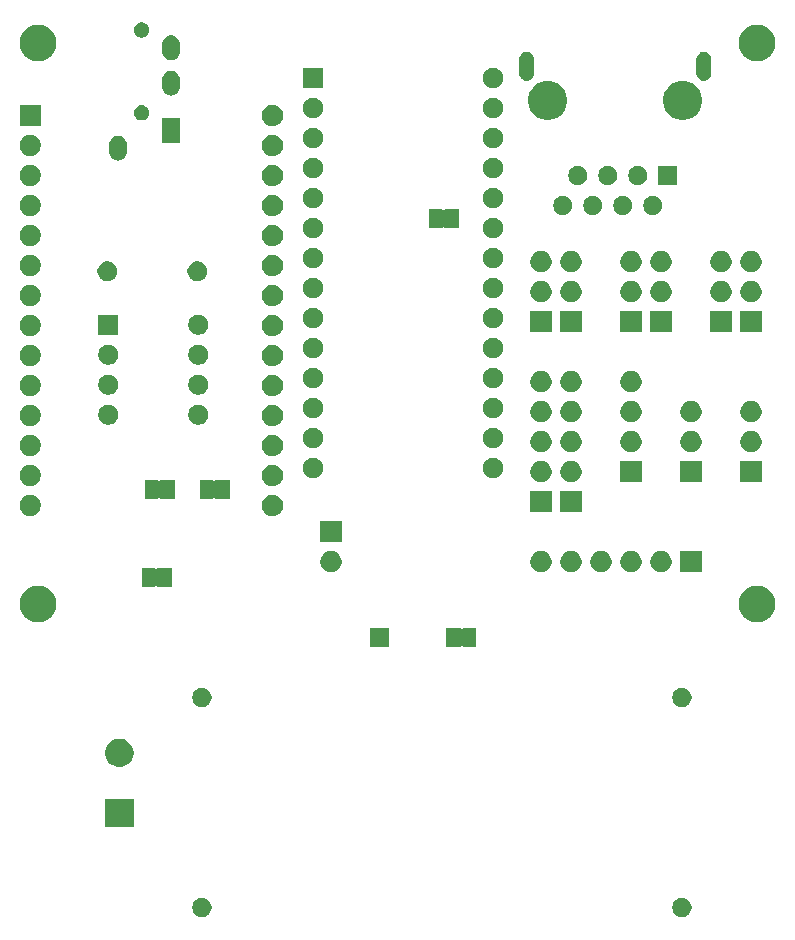
<source format=gbr>
G04 #@! TF.GenerationSoftware,KiCad,Pcbnew,(5.1.5)-3*
G04 #@! TF.CreationDate,2020-06-13T00:42:33-05:00*
G04 #@! TF.ProjectId,ControlBoardT4_28PinSound_Power,436f6e74-726f-46c4-926f-61726454345f,rev?*
G04 #@! TF.SameCoordinates,Original*
G04 #@! TF.FileFunction,Soldermask,Top*
G04 #@! TF.FilePolarity,Negative*
%FSLAX46Y46*%
G04 Gerber Fmt 4.6, Leading zero omitted, Abs format (unit mm)*
G04 Created by KiCad (PCBNEW (5.1.5)-3) date 2020-06-13 00:42:33*
%MOMM*%
%LPD*%
G04 APERTURE LIST*
%ADD10C,0.100000*%
G04 APERTURE END LIST*
D10*
G36*
X166797642Y-145077742D02*
G01*
X166945601Y-145139029D01*
X167078755Y-145227999D01*
X167192001Y-145341245D01*
X167280971Y-145474399D01*
X167342258Y-145622358D01*
X167373500Y-145779425D01*
X167373500Y-145939575D01*
X167342258Y-146096642D01*
X167280971Y-146244601D01*
X167192001Y-146377755D01*
X167078755Y-146491001D01*
X166945601Y-146579971D01*
X166797642Y-146641258D01*
X166640575Y-146672500D01*
X166480425Y-146672500D01*
X166323358Y-146641258D01*
X166175399Y-146579971D01*
X166042245Y-146491001D01*
X165928999Y-146377755D01*
X165840029Y-146244601D01*
X165778742Y-146096642D01*
X165747500Y-145939575D01*
X165747500Y-145779425D01*
X165778742Y-145622358D01*
X165840029Y-145474399D01*
X165928999Y-145341245D01*
X166042245Y-145227999D01*
X166175399Y-145139029D01*
X166323358Y-145077742D01*
X166480425Y-145046500D01*
X166640575Y-145046500D01*
X166797642Y-145077742D01*
G37*
G36*
X126157642Y-145077742D02*
G01*
X126305601Y-145139029D01*
X126438755Y-145227999D01*
X126552001Y-145341245D01*
X126640971Y-145474399D01*
X126702258Y-145622358D01*
X126733500Y-145779425D01*
X126733500Y-145939575D01*
X126702258Y-146096642D01*
X126640971Y-146244601D01*
X126552001Y-146377755D01*
X126438755Y-146491001D01*
X126305601Y-146579971D01*
X126157642Y-146641258D01*
X126000575Y-146672500D01*
X125840425Y-146672500D01*
X125683358Y-146641258D01*
X125535399Y-146579971D01*
X125402245Y-146491001D01*
X125288999Y-146377755D01*
X125200029Y-146244601D01*
X125138742Y-146096642D01*
X125107500Y-145939575D01*
X125107500Y-145779425D01*
X125138742Y-145622358D01*
X125200029Y-145474399D01*
X125288999Y-145341245D01*
X125402245Y-145227999D01*
X125535399Y-145139029D01*
X125683358Y-145077742D01*
X125840425Y-145046500D01*
X126000575Y-145046500D01*
X126157642Y-145077742D01*
G37*
G36*
X120129500Y-139052500D02*
G01*
X117741500Y-139052500D01*
X117741500Y-136664500D01*
X120129500Y-136664500D01*
X120129500Y-139052500D01*
G37*
G36*
X119283776Y-131630384D02*
G01*
X119501069Y-131720390D01*
X119501071Y-131720391D01*
X119696630Y-131851060D01*
X119862940Y-132017370D01*
X119993610Y-132212931D01*
X120083616Y-132430224D01*
X120129500Y-132660900D01*
X120129500Y-132896100D01*
X120083616Y-133126776D01*
X119993610Y-133344069D01*
X119993609Y-133344071D01*
X119862940Y-133539630D01*
X119696630Y-133705940D01*
X119501071Y-133836609D01*
X119501070Y-133836610D01*
X119501069Y-133836610D01*
X119283776Y-133926616D01*
X119053100Y-133972500D01*
X118817900Y-133972500D01*
X118587224Y-133926616D01*
X118369931Y-133836610D01*
X118369930Y-133836610D01*
X118369929Y-133836609D01*
X118174370Y-133705940D01*
X118008060Y-133539630D01*
X117877391Y-133344071D01*
X117877390Y-133344069D01*
X117787384Y-133126776D01*
X117741500Y-132896100D01*
X117741500Y-132660900D01*
X117787384Y-132430224D01*
X117877390Y-132212931D01*
X118008060Y-132017370D01*
X118174370Y-131851060D01*
X118369929Y-131720391D01*
X118369931Y-131720390D01*
X118587224Y-131630384D01*
X118817900Y-131584500D01*
X119053100Y-131584500D01*
X119283776Y-131630384D01*
G37*
G36*
X126157642Y-127297742D02*
G01*
X126305601Y-127359029D01*
X126438755Y-127447999D01*
X126552001Y-127561245D01*
X126640971Y-127694399D01*
X126702258Y-127842358D01*
X126733500Y-127999425D01*
X126733500Y-128159575D01*
X126702258Y-128316642D01*
X126640971Y-128464601D01*
X126552001Y-128597755D01*
X126438755Y-128711001D01*
X126305601Y-128799971D01*
X126157642Y-128861258D01*
X126000575Y-128892500D01*
X125840425Y-128892500D01*
X125683358Y-128861258D01*
X125535399Y-128799971D01*
X125402245Y-128711001D01*
X125288999Y-128597755D01*
X125200029Y-128464601D01*
X125138742Y-128316642D01*
X125107500Y-128159575D01*
X125107500Y-127999425D01*
X125138742Y-127842358D01*
X125200029Y-127694399D01*
X125288999Y-127561245D01*
X125402245Y-127447999D01*
X125535399Y-127359029D01*
X125683358Y-127297742D01*
X125840425Y-127266500D01*
X126000575Y-127266500D01*
X126157642Y-127297742D01*
G37*
G36*
X166797642Y-127297742D02*
G01*
X166945601Y-127359029D01*
X167078755Y-127447999D01*
X167192001Y-127561245D01*
X167280971Y-127694399D01*
X167342258Y-127842358D01*
X167373500Y-127999425D01*
X167373500Y-128159575D01*
X167342258Y-128316642D01*
X167280971Y-128464601D01*
X167192001Y-128597755D01*
X167078755Y-128711001D01*
X166945601Y-128799971D01*
X166797642Y-128861258D01*
X166640575Y-128892500D01*
X166480425Y-128892500D01*
X166323358Y-128861258D01*
X166175399Y-128799971D01*
X166042245Y-128711001D01*
X165928999Y-128597755D01*
X165840029Y-128464601D01*
X165778742Y-128316642D01*
X165747500Y-128159575D01*
X165747500Y-127999425D01*
X165778742Y-127842358D01*
X165840029Y-127694399D01*
X165928999Y-127561245D01*
X166042245Y-127447999D01*
X166175399Y-127359029D01*
X166323358Y-127297742D01*
X166480425Y-127266500D01*
X166640575Y-127266500D01*
X166797642Y-127297742D01*
G37*
G36*
X147799999Y-122199737D02*
G01*
X147809608Y-122202652D01*
X147818472Y-122207390D01*
X147826237Y-122213763D01*
X147836884Y-122226737D01*
X147843053Y-122235968D01*
X147860381Y-122253294D01*
X147880756Y-122266907D01*
X147903395Y-122276283D01*
X147927428Y-122281063D01*
X147951932Y-122281062D01*
X147975965Y-122276280D01*
X147998604Y-122266902D01*
X148018978Y-122253287D01*
X148036304Y-122235959D01*
X148043175Y-122226683D01*
X148053726Y-122213800D01*
X148055103Y-122212668D01*
X148061484Y-122207419D01*
X148070339Y-122202674D01*
X148073377Y-122201749D01*
X148079915Y-122199758D01*
X148079918Y-122199758D01*
X148079950Y-122199748D01*
X148090000Y-122198753D01*
X148090065Y-122198753D01*
X148096175Y-122198148D01*
X149083860Y-122198148D01*
X149099999Y-122199737D01*
X149109608Y-122202652D01*
X149118472Y-122207390D01*
X149126237Y-122213763D01*
X149132610Y-122221528D01*
X149137348Y-122230392D01*
X149140263Y-122240001D01*
X149141852Y-122256140D01*
X149141852Y-123743860D01*
X149140263Y-123759999D01*
X149137348Y-123769608D01*
X149132610Y-123778472D01*
X149126237Y-123786237D01*
X149118472Y-123792610D01*
X149109608Y-123797348D01*
X149099999Y-123800263D01*
X149083860Y-123801852D01*
X148096140Y-123801852D01*
X148080001Y-123800263D01*
X148070392Y-123797348D01*
X148061528Y-123792610D01*
X148053788Y-123786258D01*
X148053787Y-123786257D01*
X148053763Y-123786237D01*
X148047360Y-123778427D01*
X148047323Y-123778372D01*
X148039520Y-123768853D01*
X148039489Y-123768878D01*
X148028147Y-123755028D01*
X148009221Y-123739463D01*
X147987623Y-123727889D01*
X147964181Y-123720751D01*
X147939798Y-123718324D01*
X147915409Y-123720700D01*
X147891953Y-123727789D01*
X147870330Y-123739318D01*
X147851372Y-123754843D01*
X147835807Y-123773769D01*
X147833971Y-123776825D01*
X147832582Y-123778514D01*
X147832581Y-123778516D01*
X147827485Y-123784712D01*
X147826200Y-123786274D01*
X147818425Y-123792642D01*
X147812517Y-123795791D01*
X147809562Y-123797367D01*
X147799981Y-123800262D01*
X147799915Y-123800282D01*
X147783887Y-123801852D01*
X146646140Y-123801852D01*
X146630001Y-123800263D01*
X146620392Y-123797348D01*
X146611528Y-123792610D01*
X146603763Y-123786237D01*
X146597390Y-123778472D01*
X146592652Y-123769608D01*
X146589737Y-123759999D01*
X146588148Y-123743860D01*
X146588148Y-122256140D01*
X146589737Y-122240001D01*
X146592652Y-122230392D01*
X146597390Y-122221528D01*
X146603763Y-122213763D01*
X146611528Y-122207390D01*
X146620392Y-122202652D01*
X146630001Y-122199737D01*
X146646140Y-122198148D01*
X147783860Y-122198148D01*
X147799999Y-122199737D01*
G37*
G36*
X141771000Y-123801000D02*
G01*
X140169000Y-123801000D01*
X140169000Y-122199000D01*
X141771000Y-122199000D01*
X141771000Y-123801000D01*
G37*
G36*
X112314641Y-118638437D02*
G01*
X112486410Y-118672604D01*
X112768674Y-118789521D01*
X113022705Y-118959259D01*
X113238741Y-119175295D01*
X113408479Y-119429326D01*
X113525396Y-119711590D01*
X113585000Y-120011240D01*
X113585000Y-120316760D01*
X113525396Y-120616410D01*
X113408479Y-120898674D01*
X113238741Y-121152705D01*
X113022705Y-121368741D01*
X112768674Y-121538479D01*
X112486410Y-121655396D01*
X112336585Y-121685198D01*
X112186761Y-121715000D01*
X111881239Y-121715000D01*
X111731415Y-121685198D01*
X111581590Y-121655396D01*
X111299326Y-121538479D01*
X111045295Y-121368741D01*
X110829259Y-121152705D01*
X110659521Y-120898674D01*
X110542604Y-120616410D01*
X110483000Y-120316760D01*
X110483000Y-120011240D01*
X110542604Y-119711590D01*
X110659521Y-119429326D01*
X110829259Y-119175295D01*
X111045295Y-118959259D01*
X111299326Y-118789521D01*
X111581590Y-118672604D01*
X111753359Y-118638437D01*
X111881239Y-118613000D01*
X112186761Y-118613000D01*
X112314641Y-118638437D01*
G37*
G36*
X173204641Y-118638437D02*
G01*
X173376410Y-118672604D01*
X173658674Y-118789521D01*
X173912705Y-118959259D01*
X174128741Y-119175295D01*
X174298479Y-119429326D01*
X174415396Y-119711590D01*
X174475000Y-120011240D01*
X174475000Y-120316760D01*
X174415396Y-120616410D01*
X174298479Y-120898674D01*
X174128741Y-121152705D01*
X173912705Y-121368741D01*
X173658674Y-121538479D01*
X173376410Y-121655396D01*
X173226585Y-121685198D01*
X173076761Y-121715000D01*
X172771239Y-121715000D01*
X172621415Y-121685198D01*
X172471590Y-121655396D01*
X172189326Y-121538479D01*
X171935295Y-121368741D01*
X171719259Y-121152705D01*
X171549521Y-120898674D01*
X171432604Y-120616410D01*
X171373000Y-120316760D01*
X171373000Y-120011240D01*
X171432604Y-119711590D01*
X171549521Y-119429326D01*
X171719259Y-119175295D01*
X171935295Y-118959259D01*
X172189326Y-118789521D01*
X172471590Y-118672604D01*
X172643359Y-118638437D01*
X172771239Y-118613000D01*
X173076761Y-118613000D01*
X173204641Y-118638437D01*
G37*
G36*
X121895499Y-117119237D02*
G01*
X121905108Y-117122152D01*
X121913972Y-117126890D01*
X121921712Y-117133242D01*
X121921713Y-117133243D01*
X121921737Y-117133263D01*
X121928140Y-117141073D01*
X121928177Y-117141128D01*
X121935980Y-117150647D01*
X121936011Y-117150622D01*
X121947353Y-117164472D01*
X121966279Y-117180037D01*
X121987877Y-117191611D01*
X122011319Y-117198749D01*
X122035702Y-117201176D01*
X122060091Y-117198800D01*
X122083547Y-117191711D01*
X122105170Y-117180182D01*
X122124128Y-117164657D01*
X122139693Y-117145731D01*
X122141529Y-117142675D01*
X122142918Y-117140986D01*
X122142919Y-117140984D01*
X122149301Y-117133225D01*
X122157073Y-117126860D01*
X122157075Y-117126858D01*
X122165899Y-117122154D01*
X122165938Y-117122133D01*
X122175555Y-117119227D01*
X122175585Y-117119218D01*
X122191613Y-117117648D01*
X123329360Y-117117648D01*
X123345499Y-117119237D01*
X123355108Y-117122152D01*
X123363972Y-117126890D01*
X123371737Y-117133263D01*
X123378110Y-117141028D01*
X123382848Y-117149892D01*
X123385763Y-117159501D01*
X123387352Y-117175640D01*
X123387352Y-118663360D01*
X123385763Y-118679499D01*
X123382848Y-118689108D01*
X123378110Y-118697972D01*
X123371737Y-118705737D01*
X123363972Y-118712110D01*
X123355108Y-118716848D01*
X123345499Y-118719763D01*
X123329360Y-118721352D01*
X122191640Y-118721352D01*
X122175501Y-118719763D01*
X122165892Y-118716848D01*
X122157028Y-118712110D01*
X122149263Y-118705737D01*
X122138616Y-118692763D01*
X122132447Y-118683532D01*
X122115119Y-118666206D01*
X122094744Y-118652593D01*
X122072105Y-118643217D01*
X122048072Y-118638437D01*
X122023568Y-118638438D01*
X121999535Y-118643220D01*
X121976896Y-118652598D01*
X121956522Y-118666213D01*
X121939196Y-118683541D01*
X121932325Y-118692817D01*
X121928140Y-118697927D01*
X121921775Y-118705699D01*
X121914016Y-118712081D01*
X121905161Y-118716826D01*
X121902123Y-118717751D01*
X121895585Y-118719742D01*
X121895582Y-118719742D01*
X121895550Y-118719752D01*
X121885500Y-118720747D01*
X121885435Y-118720747D01*
X121879325Y-118721352D01*
X120891640Y-118721352D01*
X120875501Y-118719763D01*
X120865892Y-118716848D01*
X120857028Y-118712110D01*
X120849263Y-118705737D01*
X120842890Y-118697972D01*
X120838152Y-118689108D01*
X120835237Y-118679499D01*
X120833648Y-118663360D01*
X120833648Y-117175640D01*
X120835237Y-117159501D01*
X120838152Y-117149892D01*
X120842890Y-117141028D01*
X120849263Y-117133263D01*
X120857028Y-117126890D01*
X120865892Y-117122152D01*
X120875501Y-117119237D01*
X120891640Y-117117648D01*
X121879360Y-117117648D01*
X121895499Y-117119237D01*
G37*
G36*
X162356012Y-115689927D02*
G01*
X162505312Y-115719624D01*
X162669284Y-115787544D01*
X162816854Y-115886147D01*
X162942353Y-116011646D01*
X163040956Y-116159216D01*
X163108876Y-116323188D01*
X163143500Y-116497259D01*
X163143500Y-116674741D01*
X163108876Y-116848812D01*
X163040956Y-117012784D01*
X162942353Y-117160354D01*
X162816854Y-117285853D01*
X162669284Y-117384456D01*
X162505312Y-117452376D01*
X162356012Y-117482073D01*
X162331242Y-117487000D01*
X162153758Y-117487000D01*
X162128988Y-117482073D01*
X161979688Y-117452376D01*
X161815716Y-117384456D01*
X161668146Y-117285853D01*
X161542647Y-117160354D01*
X161444044Y-117012784D01*
X161376124Y-116848812D01*
X161341500Y-116674741D01*
X161341500Y-116497259D01*
X161376124Y-116323188D01*
X161444044Y-116159216D01*
X161542647Y-116011646D01*
X161668146Y-115886147D01*
X161815716Y-115787544D01*
X161979688Y-115719624D01*
X162128988Y-115689927D01*
X162153758Y-115685000D01*
X162331242Y-115685000D01*
X162356012Y-115689927D01*
G37*
G36*
X136956012Y-115689927D02*
G01*
X137105312Y-115719624D01*
X137269284Y-115787544D01*
X137416854Y-115886147D01*
X137542353Y-116011646D01*
X137640956Y-116159216D01*
X137708876Y-116323188D01*
X137743500Y-116497259D01*
X137743500Y-116674741D01*
X137708876Y-116848812D01*
X137640956Y-117012784D01*
X137542353Y-117160354D01*
X137416854Y-117285853D01*
X137269284Y-117384456D01*
X137105312Y-117452376D01*
X136956012Y-117482073D01*
X136931242Y-117487000D01*
X136753758Y-117487000D01*
X136728988Y-117482073D01*
X136579688Y-117452376D01*
X136415716Y-117384456D01*
X136268146Y-117285853D01*
X136142647Y-117160354D01*
X136044044Y-117012784D01*
X135976124Y-116848812D01*
X135941500Y-116674741D01*
X135941500Y-116497259D01*
X135976124Y-116323188D01*
X136044044Y-116159216D01*
X136142647Y-116011646D01*
X136268146Y-115886147D01*
X136415716Y-115787544D01*
X136579688Y-115719624D01*
X136728988Y-115689927D01*
X136753758Y-115685000D01*
X136931242Y-115685000D01*
X136956012Y-115689927D01*
G37*
G36*
X157276012Y-115689927D02*
G01*
X157425312Y-115719624D01*
X157589284Y-115787544D01*
X157736854Y-115886147D01*
X157862353Y-116011646D01*
X157960956Y-116159216D01*
X158028876Y-116323188D01*
X158063500Y-116497259D01*
X158063500Y-116674741D01*
X158028876Y-116848812D01*
X157960956Y-117012784D01*
X157862353Y-117160354D01*
X157736854Y-117285853D01*
X157589284Y-117384456D01*
X157425312Y-117452376D01*
X157276012Y-117482073D01*
X157251242Y-117487000D01*
X157073758Y-117487000D01*
X157048988Y-117482073D01*
X156899688Y-117452376D01*
X156735716Y-117384456D01*
X156588146Y-117285853D01*
X156462647Y-117160354D01*
X156364044Y-117012784D01*
X156296124Y-116848812D01*
X156261500Y-116674741D01*
X156261500Y-116497259D01*
X156296124Y-116323188D01*
X156364044Y-116159216D01*
X156462647Y-116011646D01*
X156588146Y-115886147D01*
X156735716Y-115787544D01*
X156899688Y-115719624D01*
X157048988Y-115689927D01*
X157073758Y-115685000D01*
X157251242Y-115685000D01*
X157276012Y-115689927D01*
G37*
G36*
X159816012Y-115689927D02*
G01*
X159965312Y-115719624D01*
X160129284Y-115787544D01*
X160276854Y-115886147D01*
X160402353Y-116011646D01*
X160500956Y-116159216D01*
X160568876Y-116323188D01*
X160603500Y-116497259D01*
X160603500Y-116674741D01*
X160568876Y-116848812D01*
X160500956Y-117012784D01*
X160402353Y-117160354D01*
X160276854Y-117285853D01*
X160129284Y-117384456D01*
X159965312Y-117452376D01*
X159816012Y-117482073D01*
X159791242Y-117487000D01*
X159613758Y-117487000D01*
X159588988Y-117482073D01*
X159439688Y-117452376D01*
X159275716Y-117384456D01*
X159128146Y-117285853D01*
X159002647Y-117160354D01*
X158904044Y-117012784D01*
X158836124Y-116848812D01*
X158801500Y-116674741D01*
X158801500Y-116497259D01*
X158836124Y-116323188D01*
X158904044Y-116159216D01*
X159002647Y-116011646D01*
X159128146Y-115886147D01*
X159275716Y-115787544D01*
X159439688Y-115719624D01*
X159588988Y-115689927D01*
X159613758Y-115685000D01*
X159791242Y-115685000D01*
X159816012Y-115689927D01*
G37*
G36*
X168223500Y-117487000D02*
G01*
X166421500Y-117487000D01*
X166421500Y-115685000D01*
X168223500Y-115685000D01*
X168223500Y-117487000D01*
G37*
G36*
X154736012Y-115689927D02*
G01*
X154885312Y-115719624D01*
X155049284Y-115787544D01*
X155196854Y-115886147D01*
X155322353Y-116011646D01*
X155420956Y-116159216D01*
X155488876Y-116323188D01*
X155523500Y-116497259D01*
X155523500Y-116674741D01*
X155488876Y-116848812D01*
X155420956Y-117012784D01*
X155322353Y-117160354D01*
X155196854Y-117285853D01*
X155049284Y-117384456D01*
X154885312Y-117452376D01*
X154736012Y-117482073D01*
X154711242Y-117487000D01*
X154533758Y-117487000D01*
X154508988Y-117482073D01*
X154359688Y-117452376D01*
X154195716Y-117384456D01*
X154048146Y-117285853D01*
X153922647Y-117160354D01*
X153824044Y-117012784D01*
X153756124Y-116848812D01*
X153721500Y-116674741D01*
X153721500Y-116497259D01*
X153756124Y-116323188D01*
X153824044Y-116159216D01*
X153922647Y-116011646D01*
X154048146Y-115886147D01*
X154195716Y-115787544D01*
X154359688Y-115719624D01*
X154508988Y-115689927D01*
X154533758Y-115685000D01*
X154711242Y-115685000D01*
X154736012Y-115689927D01*
G37*
G36*
X164896012Y-115689927D02*
G01*
X165045312Y-115719624D01*
X165209284Y-115787544D01*
X165356854Y-115886147D01*
X165482353Y-116011646D01*
X165580956Y-116159216D01*
X165648876Y-116323188D01*
X165683500Y-116497259D01*
X165683500Y-116674741D01*
X165648876Y-116848812D01*
X165580956Y-117012784D01*
X165482353Y-117160354D01*
X165356854Y-117285853D01*
X165209284Y-117384456D01*
X165045312Y-117452376D01*
X164896012Y-117482073D01*
X164871242Y-117487000D01*
X164693758Y-117487000D01*
X164668988Y-117482073D01*
X164519688Y-117452376D01*
X164355716Y-117384456D01*
X164208146Y-117285853D01*
X164082647Y-117160354D01*
X163984044Y-117012784D01*
X163916124Y-116848812D01*
X163881500Y-116674741D01*
X163881500Y-116497259D01*
X163916124Y-116323188D01*
X163984044Y-116159216D01*
X164082647Y-116011646D01*
X164208146Y-115886147D01*
X164355716Y-115787544D01*
X164519688Y-115719624D01*
X164668988Y-115689927D01*
X164693758Y-115685000D01*
X164871242Y-115685000D01*
X164896012Y-115689927D01*
G37*
G36*
X137743500Y-114947000D02*
G01*
X135941500Y-114947000D01*
X135941500Y-113145000D01*
X137743500Y-113145000D01*
X137743500Y-114947000D01*
G37*
G36*
X131992512Y-110927427D02*
G01*
X132141812Y-110957124D01*
X132305784Y-111025044D01*
X132453354Y-111123647D01*
X132578853Y-111249146D01*
X132677456Y-111396716D01*
X132745376Y-111560688D01*
X132780000Y-111734759D01*
X132780000Y-111912241D01*
X132745376Y-112086312D01*
X132677456Y-112250284D01*
X132578853Y-112397854D01*
X132453354Y-112523353D01*
X132305784Y-112621956D01*
X132141812Y-112689876D01*
X131992512Y-112719573D01*
X131967742Y-112724500D01*
X131790258Y-112724500D01*
X131765488Y-112719573D01*
X131616188Y-112689876D01*
X131452216Y-112621956D01*
X131304646Y-112523353D01*
X131179147Y-112397854D01*
X131080544Y-112250284D01*
X131012624Y-112086312D01*
X130978000Y-111912241D01*
X130978000Y-111734759D01*
X131012624Y-111560688D01*
X131080544Y-111396716D01*
X131179147Y-111249146D01*
X131304646Y-111123647D01*
X131452216Y-111025044D01*
X131616188Y-110957124D01*
X131765488Y-110927427D01*
X131790258Y-110922500D01*
X131967742Y-110922500D01*
X131992512Y-110927427D01*
G37*
G36*
X111492512Y-110927427D02*
G01*
X111641812Y-110957124D01*
X111805784Y-111025044D01*
X111953354Y-111123647D01*
X112078853Y-111249146D01*
X112177456Y-111396716D01*
X112245376Y-111560688D01*
X112280000Y-111734759D01*
X112280000Y-111912241D01*
X112245376Y-112086312D01*
X112177456Y-112250284D01*
X112078853Y-112397854D01*
X111953354Y-112523353D01*
X111805784Y-112621956D01*
X111641812Y-112689876D01*
X111492512Y-112719573D01*
X111467742Y-112724500D01*
X111290258Y-112724500D01*
X111265488Y-112719573D01*
X111116188Y-112689876D01*
X110952216Y-112621956D01*
X110804646Y-112523353D01*
X110679147Y-112397854D01*
X110580544Y-112250284D01*
X110512624Y-112086312D01*
X110478000Y-111912241D01*
X110478000Y-111734759D01*
X110512624Y-111560688D01*
X110580544Y-111396716D01*
X110679147Y-111249146D01*
X110804646Y-111123647D01*
X110952216Y-111025044D01*
X111116188Y-110957124D01*
X111265488Y-110927427D01*
X111290258Y-110922500D01*
X111467742Y-110922500D01*
X111492512Y-110927427D01*
G37*
G36*
X158063500Y-112407000D02*
G01*
X156261500Y-112407000D01*
X156261500Y-110605000D01*
X158063500Y-110605000D01*
X158063500Y-112407000D01*
G37*
G36*
X155523500Y-112407000D02*
G01*
X153721500Y-112407000D01*
X153721500Y-110605000D01*
X155523500Y-110605000D01*
X155523500Y-112407000D01*
G37*
G36*
X126784999Y-109689737D02*
G01*
X126794608Y-109692652D01*
X126803472Y-109697390D01*
X126811212Y-109703742D01*
X126811213Y-109703743D01*
X126811237Y-109703763D01*
X126817640Y-109711573D01*
X126817677Y-109711628D01*
X126825480Y-109721147D01*
X126825511Y-109721122D01*
X126836853Y-109734972D01*
X126855779Y-109750537D01*
X126877377Y-109762111D01*
X126900819Y-109769249D01*
X126925202Y-109771676D01*
X126949591Y-109769300D01*
X126973047Y-109762211D01*
X126994670Y-109750682D01*
X127013628Y-109735157D01*
X127029193Y-109716231D01*
X127031029Y-109713175D01*
X127032418Y-109711486D01*
X127032419Y-109711484D01*
X127038801Y-109703725D01*
X127046573Y-109697360D01*
X127046575Y-109697358D01*
X127055399Y-109692654D01*
X127055438Y-109692633D01*
X127065055Y-109689727D01*
X127065085Y-109689718D01*
X127081113Y-109688148D01*
X128218860Y-109688148D01*
X128234999Y-109689737D01*
X128244608Y-109692652D01*
X128253472Y-109697390D01*
X128261237Y-109703763D01*
X128267610Y-109711528D01*
X128272348Y-109720392D01*
X128275263Y-109730001D01*
X128276852Y-109746140D01*
X128276852Y-111233860D01*
X128275263Y-111249999D01*
X128272348Y-111259608D01*
X128267610Y-111268472D01*
X128261237Y-111276237D01*
X128253472Y-111282610D01*
X128244608Y-111287348D01*
X128234999Y-111290263D01*
X128218860Y-111291852D01*
X127081140Y-111291852D01*
X127065001Y-111290263D01*
X127055392Y-111287348D01*
X127046528Y-111282610D01*
X127038763Y-111276237D01*
X127028116Y-111263263D01*
X127021947Y-111254032D01*
X127004619Y-111236706D01*
X126984244Y-111223093D01*
X126961605Y-111213717D01*
X126937572Y-111208937D01*
X126913068Y-111208938D01*
X126889035Y-111213720D01*
X126866396Y-111223098D01*
X126846022Y-111236713D01*
X126828696Y-111254041D01*
X126821825Y-111263317D01*
X126817640Y-111268427D01*
X126811275Y-111276199D01*
X126803516Y-111282581D01*
X126794661Y-111287326D01*
X126791623Y-111288251D01*
X126785085Y-111290242D01*
X126785082Y-111290242D01*
X126785050Y-111290252D01*
X126775000Y-111291247D01*
X126774935Y-111291247D01*
X126768825Y-111291852D01*
X125781140Y-111291852D01*
X125765001Y-111290263D01*
X125755392Y-111287348D01*
X125746528Y-111282610D01*
X125738763Y-111276237D01*
X125732390Y-111268472D01*
X125727652Y-111259608D01*
X125724737Y-111249999D01*
X125723148Y-111233860D01*
X125723148Y-109746140D01*
X125724737Y-109730001D01*
X125727652Y-109720392D01*
X125732390Y-109711528D01*
X125738763Y-109703763D01*
X125746528Y-109697390D01*
X125755392Y-109692652D01*
X125765001Y-109689737D01*
X125781140Y-109688148D01*
X126768860Y-109688148D01*
X126784999Y-109689737D01*
G37*
G36*
X122149499Y-109689737D02*
G01*
X122159108Y-109692652D01*
X122167972Y-109697390D01*
X122175712Y-109703742D01*
X122175713Y-109703743D01*
X122175737Y-109703763D01*
X122182140Y-109711573D01*
X122182177Y-109711628D01*
X122189980Y-109721147D01*
X122190011Y-109721122D01*
X122201353Y-109734972D01*
X122220279Y-109750537D01*
X122241877Y-109762111D01*
X122265319Y-109769249D01*
X122289702Y-109771676D01*
X122314091Y-109769300D01*
X122337547Y-109762211D01*
X122359170Y-109750682D01*
X122378128Y-109735157D01*
X122393693Y-109716231D01*
X122395529Y-109713175D01*
X122396918Y-109711486D01*
X122396919Y-109711484D01*
X122403301Y-109703725D01*
X122411073Y-109697360D01*
X122411075Y-109697358D01*
X122419899Y-109692654D01*
X122419938Y-109692633D01*
X122429555Y-109689727D01*
X122429585Y-109689718D01*
X122445613Y-109688148D01*
X123583360Y-109688148D01*
X123599499Y-109689737D01*
X123609108Y-109692652D01*
X123617972Y-109697390D01*
X123625737Y-109703763D01*
X123632110Y-109711528D01*
X123636848Y-109720392D01*
X123639763Y-109730001D01*
X123641352Y-109746140D01*
X123641352Y-111233860D01*
X123639763Y-111249999D01*
X123636848Y-111259608D01*
X123632110Y-111268472D01*
X123625737Y-111276237D01*
X123617972Y-111282610D01*
X123609108Y-111287348D01*
X123599499Y-111290263D01*
X123583360Y-111291852D01*
X122445640Y-111291852D01*
X122429501Y-111290263D01*
X122419892Y-111287348D01*
X122411028Y-111282610D01*
X122403263Y-111276237D01*
X122392616Y-111263263D01*
X122386447Y-111254032D01*
X122369119Y-111236706D01*
X122348744Y-111223093D01*
X122326105Y-111213717D01*
X122302072Y-111208937D01*
X122277568Y-111208938D01*
X122253535Y-111213720D01*
X122230896Y-111223098D01*
X122210522Y-111236713D01*
X122193196Y-111254041D01*
X122186325Y-111263317D01*
X122182140Y-111268427D01*
X122175775Y-111276199D01*
X122168016Y-111282581D01*
X122159161Y-111287326D01*
X122156123Y-111288251D01*
X122149585Y-111290242D01*
X122149582Y-111290242D01*
X122149550Y-111290252D01*
X122139500Y-111291247D01*
X122139435Y-111291247D01*
X122133325Y-111291852D01*
X121145640Y-111291852D01*
X121129501Y-111290263D01*
X121119892Y-111287348D01*
X121111028Y-111282610D01*
X121103263Y-111276237D01*
X121096890Y-111268472D01*
X121092152Y-111259608D01*
X121089237Y-111249999D01*
X121087648Y-111233860D01*
X121087648Y-109746140D01*
X121089237Y-109730001D01*
X121092152Y-109720392D01*
X121096890Y-109711528D01*
X121103263Y-109703763D01*
X121111028Y-109697390D01*
X121119892Y-109692652D01*
X121129501Y-109689737D01*
X121145640Y-109688148D01*
X122133360Y-109688148D01*
X122149499Y-109689737D01*
G37*
G36*
X111492512Y-108387427D02*
G01*
X111641812Y-108417124D01*
X111805784Y-108485044D01*
X111953354Y-108583647D01*
X112078853Y-108709146D01*
X112177456Y-108856716D01*
X112245376Y-109020688D01*
X112280000Y-109194759D01*
X112280000Y-109372241D01*
X112245376Y-109546312D01*
X112177456Y-109710284D01*
X112078853Y-109857854D01*
X111953354Y-109983353D01*
X111805784Y-110081956D01*
X111641812Y-110149876D01*
X111492512Y-110179573D01*
X111467742Y-110184500D01*
X111290258Y-110184500D01*
X111265488Y-110179573D01*
X111116188Y-110149876D01*
X110952216Y-110081956D01*
X110804646Y-109983353D01*
X110679147Y-109857854D01*
X110580544Y-109710284D01*
X110512624Y-109546312D01*
X110478000Y-109372241D01*
X110478000Y-109194759D01*
X110512624Y-109020688D01*
X110580544Y-108856716D01*
X110679147Y-108709146D01*
X110804646Y-108583647D01*
X110952216Y-108485044D01*
X111116188Y-108417124D01*
X111265488Y-108387427D01*
X111290258Y-108382500D01*
X111467742Y-108382500D01*
X111492512Y-108387427D01*
G37*
G36*
X131992512Y-108387427D02*
G01*
X132141812Y-108417124D01*
X132305784Y-108485044D01*
X132453354Y-108583647D01*
X132578853Y-108709146D01*
X132677456Y-108856716D01*
X132745376Y-109020688D01*
X132780000Y-109194759D01*
X132780000Y-109372241D01*
X132745376Y-109546312D01*
X132677456Y-109710284D01*
X132578853Y-109857854D01*
X132453354Y-109983353D01*
X132305784Y-110081956D01*
X132141812Y-110149876D01*
X131992512Y-110179573D01*
X131967742Y-110184500D01*
X131790258Y-110184500D01*
X131765488Y-110179573D01*
X131616188Y-110149876D01*
X131452216Y-110081956D01*
X131304646Y-109983353D01*
X131179147Y-109857854D01*
X131080544Y-109710284D01*
X131012624Y-109546312D01*
X130978000Y-109372241D01*
X130978000Y-109194759D01*
X131012624Y-109020688D01*
X131080544Y-108856716D01*
X131179147Y-108709146D01*
X131304646Y-108583647D01*
X131452216Y-108485044D01*
X131616188Y-108417124D01*
X131765488Y-108387427D01*
X131790258Y-108382500D01*
X131967742Y-108382500D01*
X131992512Y-108387427D01*
G37*
G36*
X168223500Y-109867000D02*
G01*
X166421500Y-109867000D01*
X166421500Y-108065000D01*
X168223500Y-108065000D01*
X168223500Y-109867000D01*
G37*
G36*
X163143500Y-109867000D02*
G01*
X161341500Y-109867000D01*
X161341500Y-108065000D01*
X163143500Y-108065000D01*
X163143500Y-109867000D01*
G37*
G36*
X154736012Y-108069927D02*
G01*
X154885312Y-108099624D01*
X155049284Y-108167544D01*
X155196854Y-108266147D01*
X155322353Y-108391646D01*
X155420956Y-108539216D01*
X155488876Y-108703188D01*
X155523500Y-108877259D01*
X155523500Y-109054741D01*
X155488876Y-109228812D01*
X155420956Y-109392784D01*
X155322353Y-109540354D01*
X155196854Y-109665853D01*
X155049284Y-109764456D01*
X154885312Y-109832376D01*
X154736012Y-109862073D01*
X154711242Y-109867000D01*
X154533758Y-109867000D01*
X154508988Y-109862073D01*
X154359688Y-109832376D01*
X154195716Y-109764456D01*
X154048146Y-109665853D01*
X153922647Y-109540354D01*
X153824044Y-109392784D01*
X153756124Y-109228812D01*
X153721500Y-109054741D01*
X153721500Y-108877259D01*
X153756124Y-108703188D01*
X153824044Y-108539216D01*
X153922647Y-108391646D01*
X154048146Y-108266147D01*
X154195716Y-108167544D01*
X154359688Y-108099624D01*
X154508988Y-108069927D01*
X154533758Y-108065000D01*
X154711242Y-108065000D01*
X154736012Y-108069927D01*
G37*
G36*
X157276012Y-108069927D02*
G01*
X157425312Y-108099624D01*
X157589284Y-108167544D01*
X157736854Y-108266147D01*
X157862353Y-108391646D01*
X157960956Y-108539216D01*
X158028876Y-108703188D01*
X158063500Y-108877259D01*
X158063500Y-109054741D01*
X158028876Y-109228812D01*
X157960956Y-109392784D01*
X157862353Y-109540354D01*
X157736854Y-109665853D01*
X157589284Y-109764456D01*
X157425312Y-109832376D01*
X157276012Y-109862073D01*
X157251242Y-109867000D01*
X157073758Y-109867000D01*
X157048988Y-109862073D01*
X156899688Y-109832376D01*
X156735716Y-109764456D01*
X156588146Y-109665853D01*
X156462647Y-109540354D01*
X156364044Y-109392784D01*
X156296124Y-109228812D01*
X156261500Y-109054741D01*
X156261500Y-108877259D01*
X156296124Y-108703188D01*
X156364044Y-108539216D01*
X156462647Y-108391646D01*
X156588146Y-108266147D01*
X156735716Y-108167544D01*
X156899688Y-108099624D01*
X157048988Y-108069927D01*
X157073758Y-108065000D01*
X157251242Y-108065000D01*
X157276012Y-108069927D01*
G37*
G36*
X173303500Y-109867000D02*
G01*
X171501500Y-109867000D01*
X171501500Y-108065000D01*
X173303500Y-108065000D01*
X173303500Y-109867000D01*
G37*
G36*
X150806728Y-107830203D02*
G01*
X150961600Y-107894353D01*
X151100981Y-107987485D01*
X151219515Y-108106019D01*
X151312647Y-108245400D01*
X151376797Y-108400272D01*
X151409500Y-108564684D01*
X151409500Y-108732316D01*
X151376797Y-108896728D01*
X151312647Y-109051600D01*
X151219515Y-109190981D01*
X151100981Y-109309515D01*
X150961600Y-109402647D01*
X150806728Y-109466797D01*
X150642316Y-109499500D01*
X150474684Y-109499500D01*
X150310272Y-109466797D01*
X150155400Y-109402647D01*
X150016019Y-109309515D01*
X149897485Y-109190981D01*
X149804353Y-109051600D01*
X149740203Y-108896728D01*
X149707500Y-108732316D01*
X149707500Y-108564684D01*
X149740203Y-108400272D01*
X149804353Y-108245400D01*
X149897485Y-108106019D01*
X150016019Y-107987485D01*
X150155400Y-107894353D01*
X150310272Y-107830203D01*
X150474684Y-107797500D01*
X150642316Y-107797500D01*
X150806728Y-107830203D01*
G37*
G36*
X135566728Y-107830203D02*
G01*
X135721600Y-107894353D01*
X135860981Y-107987485D01*
X135979515Y-108106019D01*
X136072647Y-108245400D01*
X136136797Y-108400272D01*
X136169500Y-108564684D01*
X136169500Y-108732316D01*
X136136797Y-108896728D01*
X136072647Y-109051600D01*
X135979515Y-109190981D01*
X135860981Y-109309515D01*
X135721600Y-109402647D01*
X135566728Y-109466797D01*
X135402316Y-109499500D01*
X135234684Y-109499500D01*
X135070272Y-109466797D01*
X134915400Y-109402647D01*
X134776019Y-109309515D01*
X134657485Y-109190981D01*
X134564353Y-109051600D01*
X134500203Y-108896728D01*
X134467500Y-108732316D01*
X134467500Y-108564684D01*
X134500203Y-108400272D01*
X134564353Y-108245400D01*
X134657485Y-108106019D01*
X134776019Y-107987485D01*
X134915400Y-107894353D01*
X135070272Y-107830203D01*
X135234684Y-107797500D01*
X135402316Y-107797500D01*
X135566728Y-107830203D01*
G37*
G36*
X131992512Y-105847427D02*
G01*
X132141812Y-105877124D01*
X132305784Y-105945044D01*
X132453354Y-106043647D01*
X132578853Y-106169146D01*
X132677456Y-106316716D01*
X132745376Y-106480688D01*
X132780000Y-106654759D01*
X132780000Y-106832241D01*
X132745376Y-107006312D01*
X132677456Y-107170284D01*
X132578853Y-107317854D01*
X132453354Y-107443353D01*
X132305784Y-107541956D01*
X132141812Y-107609876D01*
X131992512Y-107639573D01*
X131967742Y-107644500D01*
X131790258Y-107644500D01*
X131765488Y-107639573D01*
X131616188Y-107609876D01*
X131452216Y-107541956D01*
X131304646Y-107443353D01*
X131179147Y-107317854D01*
X131080544Y-107170284D01*
X131012624Y-107006312D01*
X130978000Y-106832241D01*
X130978000Y-106654759D01*
X131012624Y-106480688D01*
X131080544Y-106316716D01*
X131179147Y-106169146D01*
X131304646Y-106043647D01*
X131452216Y-105945044D01*
X131616188Y-105877124D01*
X131765488Y-105847427D01*
X131790258Y-105842500D01*
X131967742Y-105842500D01*
X131992512Y-105847427D01*
G37*
G36*
X111492512Y-105847427D02*
G01*
X111641812Y-105877124D01*
X111805784Y-105945044D01*
X111953354Y-106043647D01*
X112078853Y-106169146D01*
X112177456Y-106316716D01*
X112245376Y-106480688D01*
X112280000Y-106654759D01*
X112280000Y-106832241D01*
X112245376Y-107006312D01*
X112177456Y-107170284D01*
X112078853Y-107317854D01*
X111953354Y-107443353D01*
X111805784Y-107541956D01*
X111641812Y-107609876D01*
X111492512Y-107639573D01*
X111467742Y-107644500D01*
X111290258Y-107644500D01*
X111265488Y-107639573D01*
X111116188Y-107609876D01*
X110952216Y-107541956D01*
X110804646Y-107443353D01*
X110679147Y-107317854D01*
X110580544Y-107170284D01*
X110512624Y-107006312D01*
X110478000Y-106832241D01*
X110478000Y-106654759D01*
X110512624Y-106480688D01*
X110580544Y-106316716D01*
X110679147Y-106169146D01*
X110804646Y-106043647D01*
X110952216Y-105945044D01*
X111116188Y-105877124D01*
X111265488Y-105847427D01*
X111290258Y-105842500D01*
X111467742Y-105842500D01*
X111492512Y-105847427D01*
G37*
G36*
X162356012Y-105529927D02*
G01*
X162505312Y-105559624D01*
X162669284Y-105627544D01*
X162816854Y-105726147D01*
X162942353Y-105851646D01*
X163040956Y-105999216D01*
X163108876Y-106163188D01*
X163143500Y-106337259D01*
X163143500Y-106514741D01*
X163108876Y-106688812D01*
X163040956Y-106852784D01*
X162942353Y-107000354D01*
X162816854Y-107125853D01*
X162669284Y-107224456D01*
X162505312Y-107292376D01*
X162356012Y-107322073D01*
X162331242Y-107327000D01*
X162153758Y-107327000D01*
X162128988Y-107322073D01*
X161979688Y-107292376D01*
X161815716Y-107224456D01*
X161668146Y-107125853D01*
X161542647Y-107000354D01*
X161444044Y-106852784D01*
X161376124Y-106688812D01*
X161341500Y-106514741D01*
X161341500Y-106337259D01*
X161376124Y-106163188D01*
X161444044Y-105999216D01*
X161542647Y-105851646D01*
X161668146Y-105726147D01*
X161815716Y-105627544D01*
X161979688Y-105559624D01*
X162128988Y-105529927D01*
X162153758Y-105525000D01*
X162331242Y-105525000D01*
X162356012Y-105529927D01*
G37*
G36*
X154736012Y-105529927D02*
G01*
X154885312Y-105559624D01*
X155049284Y-105627544D01*
X155196854Y-105726147D01*
X155322353Y-105851646D01*
X155420956Y-105999216D01*
X155488876Y-106163188D01*
X155523500Y-106337259D01*
X155523500Y-106514741D01*
X155488876Y-106688812D01*
X155420956Y-106852784D01*
X155322353Y-107000354D01*
X155196854Y-107125853D01*
X155049284Y-107224456D01*
X154885312Y-107292376D01*
X154736012Y-107322073D01*
X154711242Y-107327000D01*
X154533758Y-107327000D01*
X154508988Y-107322073D01*
X154359688Y-107292376D01*
X154195716Y-107224456D01*
X154048146Y-107125853D01*
X153922647Y-107000354D01*
X153824044Y-106852784D01*
X153756124Y-106688812D01*
X153721500Y-106514741D01*
X153721500Y-106337259D01*
X153756124Y-106163188D01*
X153824044Y-105999216D01*
X153922647Y-105851646D01*
X154048146Y-105726147D01*
X154195716Y-105627544D01*
X154359688Y-105559624D01*
X154508988Y-105529927D01*
X154533758Y-105525000D01*
X154711242Y-105525000D01*
X154736012Y-105529927D01*
G37*
G36*
X172516012Y-105529927D02*
G01*
X172665312Y-105559624D01*
X172829284Y-105627544D01*
X172976854Y-105726147D01*
X173102353Y-105851646D01*
X173200956Y-105999216D01*
X173268876Y-106163188D01*
X173303500Y-106337259D01*
X173303500Y-106514741D01*
X173268876Y-106688812D01*
X173200956Y-106852784D01*
X173102353Y-107000354D01*
X172976854Y-107125853D01*
X172829284Y-107224456D01*
X172665312Y-107292376D01*
X172516012Y-107322073D01*
X172491242Y-107327000D01*
X172313758Y-107327000D01*
X172288988Y-107322073D01*
X172139688Y-107292376D01*
X171975716Y-107224456D01*
X171828146Y-107125853D01*
X171702647Y-107000354D01*
X171604044Y-106852784D01*
X171536124Y-106688812D01*
X171501500Y-106514741D01*
X171501500Y-106337259D01*
X171536124Y-106163188D01*
X171604044Y-105999216D01*
X171702647Y-105851646D01*
X171828146Y-105726147D01*
X171975716Y-105627544D01*
X172139688Y-105559624D01*
X172288988Y-105529927D01*
X172313758Y-105525000D01*
X172491242Y-105525000D01*
X172516012Y-105529927D01*
G37*
G36*
X157276012Y-105529927D02*
G01*
X157425312Y-105559624D01*
X157589284Y-105627544D01*
X157736854Y-105726147D01*
X157862353Y-105851646D01*
X157960956Y-105999216D01*
X158028876Y-106163188D01*
X158063500Y-106337259D01*
X158063500Y-106514741D01*
X158028876Y-106688812D01*
X157960956Y-106852784D01*
X157862353Y-107000354D01*
X157736854Y-107125853D01*
X157589284Y-107224456D01*
X157425312Y-107292376D01*
X157276012Y-107322073D01*
X157251242Y-107327000D01*
X157073758Y-107327000D01*
X157048988Y-107322073D01*
X156899688Y-107292376D01*
X156735716Y-107224456D01*
X156588146Y-107125853D01*
X156462647Y-107000354D01*
X156364044Y-106852784D01*
X156296124Y-106688812D01*
X156261500Y-106514741D01*
X156261500Y-106337259D01*
X156296124Y-106163188D01*
X156364044Y-105999216D01*
X156462647Y-105851646D01*
X156588146Y-105726147D01*
X156735716Y-105627544D01*
X156899688Y-105559624D01*
X157048988Y-105529927D01*
X157073758Y-105525000D01*
X157251242Y-105525000D01*
X157276012Y-105529927D01*
G37*
G36*
X167436012Y-105529927D02*
G01*
X167585312Y-105559624D01*
X167749284Y-105627544D01*
X167896854Y-105726147D01*
X168022353Y-105851646D01*
X168120956Y-105999216D01*
X168188876Y-106163188D01*
X168223500Y-106337259D01*
X168223500Y-106514741D01*
X168188876Y-106688812D01*
X168120956Y-106852784D01*
X168022353Y-107000354D01*
X167896854Y-107125853D01*
X167749284Y-107224456D01*
X167585312Y-107292376D01*
X167436012Y-107322073D01*
X167411242Y-107327000D01*
X167233758Y-107327000D01*
X167208988Y-107322073D01*
X167059688Y-107292376D01*
X166895716Y-107224456D01*
X166748146Y-107125853D01*
X166622647Y-107000354D01*
X166524044Y-106852784D01*
X166456124Y-106688812D01*
X166421500Y-106514741D01*
X166421500Y-106337259D01*
X166456124Y-106163188D01*
X166524044Y-105999216D01*
X166622647Y-105851646D01*
X166748146Y-105726147D01*
X166895716Y-105627544D01*
X167059688Y-105559624D01*
X167208988Y-105529927D01*
X167233758Y-105525000D01*
X167411242Y-105525000D01*
X167436012Y-105529927D01*
G37*
G36*
X135566728Y-105290203D02*
G01*
X135721600Y-105354353D01*
X135860981Y-105447485D01*
X135979515Y-105566019D01*
X136072647Y-105705400D01*
X136136797Y-105860272D01*
X136169500Y-106024684D01*
X136169500Y-106192316D01*
X136136797Y-106356728D01*
X136072647Y-106511600D01*
X135979515Y-106650981D01*
X135860981Y-106769515D01*
X135721600Y-106862647D01*
X135566728Y-106926797D01*
X135402316Y-106959500D01*
X135234684Y-106959500D01*
X135070272Y-106926797D01*
X134915400Y-106862647D01*
X134776019Y-106769515D01*
X134657485Y-106650981D01*
X134564353Y-106511600D01*
X134500203Y-106356728D01*
X134467500Y-106192316D01*
X134467500Y-106024684D01*
X134500203Y-105860272D01*
X134564353Y-105705400D01*
X134657485Y-105566019D01*
X134776019Y-105447485D01*
X134915400Y-105354353D01*
X135070272Y-105290203D01*
X135234684Y-105257500D01*
X135402316Y-105257500D01*
X135566728Y-105290203D01*
G37*
G36*
X150806728Y-105290203D02*
G01*
X150961600Y-105354353D01*
X151100981Y-105447485D01*
X151219515Y-105566019D01*
X151312647Y-105705400D01*
X151376797Y-105860272D01*
X151409500Y-106024684D01*
X151409500Y-106192316D01*
X151376797Y-106356728D01*
X151312647Y-106511600D01*
X151219515Y-106650981D01*
X151100981Y-106769515D01*
X150961600Y-106862647D01*
X150806728Y-106926797D01*
X150642316Y-106959500D01*
X150474684Y-106959500D01*
X150310272Y-106926797D01*
X150155400Y-106862647D01*
X150016019Y-106769515D01*
X149897485Y-106650981D01*
X149804353Y-106511600D01*
X149740203Y-106356728D01*
X149707500Y-106192316D01*
X149707500Y-106024684D01*
X149740203Y-105860272D01*
X149804353Y-105705400D01*
X149897485Y-105566019D01*
X150016019Y-105447485D01*
X150155400Y-105354353D01*
X150310272Y-105290203D01*
X150474684Y-105257500D01*
X150642316Y-105257500D01*
X150806728Y-105290203D01*
G37*
G36*
X131992512Y-103307427D02*
G01*
X132141812Y-103337124D01*
X132305784Y-103405044D01*
X132453354Y-103503647D01*
X132578853Y-103629146D01*
X132677456Y-103776716D01*
X132745376Y-103940688D01*
X132780000Y-104114759D01*
X132780000Y-104292241D01*
X132745376Y-104466312D01*
X132677456Y-104630284D01*
X132578853Y-104777854D01*
X132453354Y-104903353D01*
X132305784Y-105001956D01*
X132141812Y-105069876D01*
X131992512Y-105099573D01*
X131967742Y-105104500D01*
X131790258Y-105104500D01*
X131765488Y-105099573D01*
X131616188Y-105069876D01*
X131452216Y-105001956D01*
X131304646Y-104903353D01*
X131179147Y-104777854D01*
X131080544Y-104630284D01*
X131012624Y-104466312D01*
X130978000Y-104292241D01*
X130978000Y-104114759D01*
X131012624Y-103940688D01*
X131080544Y-103776716D01*
X131179147Y-103629146D01*
X131304646Y-103503647D01*
X131452216Y-103405044D01*
X131616188Y-103337124D01*
X131765488Y-103307427D01*
X131790258Y-103302500D01*
X131967742Y-103302500D01*
X131992512Y-103307427D01*
G37*
G36*
X111492512Y-103307427D02*
G01*
X111641812Y-103337124D01*
X111805784Y-103405044D01*
X111953354Y-103503647D01*
X112078853Y-103629146D01*
X112177456Y-103776716D01*
X112245376Y-103940688D01*
X112280000Y-104114759D01*
X112280000Y-104292241D01*
X112245376Y-104466312D01*
X112177456Y-104630284D01*
X112078853Y-104777854D01*
X111953354Y-104903353D01*
X111805784Y-105001956D01*
X111641812Y-105069876D01*
X111492512Y-105099573D01*
X111467742Y-105104500D01*
X111290258Y-105104500D01*
X111265488Y-105099573D01*
X111116188Y-105069876D01*
X110952216Y-105001956D01*
X110804646Y-104903353D01*
X110679147Y-104777854D01*
X110580544Y-104630284D01*
X110512624Y-104466312D01*
X110478000Y-104292241D01*
X110478000Y-104114759D01*
X110512624Y-103940688D01*
X110580544Y-103776716D01*
X110679147Y-103629146D01*
X110804646Y-103503647D01*
X110952216Y-103405044D01*
X111116188Y-103337124D01*
X111265488Y-103307427D01*
X111290258Y-103302500D01*
X111467742Y-103302500D01*
X111492512Y-103307427D01*
G37*
G36*
X118231228Y-103321703D02*
G01*
X118386100Y-103385853D01*
X118525481Y-103478985D01*
X118644015Y-103597519D01*
X118737147Y-103736900D01*
X118801297Y-103891772D01*
X118834000Y-104056184D01*
X118834000Y-104223816D01*
X118801297Y-104388228D01*
X118737147Y-104543100D01*
X118644015Y-104682481D01*
X118525481Y-104801015D01*
X118386100Y-104894147D01*
X118231228Y-104958297D01*
X118066816Y-104991000D01*
X117899184Y-104991000D01*
X117734772Y-104958297D01*
X117579900Y-104894147D01*
X117440519Y-104801015D01*
X117321985Y-104682481D01*
X117228853Y-104543100D01*
X117164703Y-104388228D01*
X117132000Y-104223816D01*
X117132000Y-104056184D01*
X117164703Y-103891772D01*
X117228853Y-103736900D01*
X117321985Y-103597519D01*
X117440519Y-103478985D01*
X117579900Y-103385853D01*
X117734772Y-103321703D01*
X117899184Y-103289000D01*
X118066816Y-103289000D01*
X118231228Y-103321703D01*
G37*
G36*
X125851228Y-103321703D02*
G01*
X126006100Y-103385853D01*
X126145481Y-103478985D01*
X126264015Y-103597519D01*
X126357147Y-103736900D01*
X126421297Y-103891772D01*
X126454000Y-104056184D01*
X126454000Y-104223816D01*
X126421297Y-104388228D01*
X126357147Y-104543100D01*
X126264015Y-104682481D01*
X126145481Y-104801015D01*
X126006100Y-104894147D01*
X125851228Y-104958297D01*
X125686816Y-104991000D01*
X125519184Y-104991000D01*
X125354772Y-104958297D01*
X125199900Y-104894147D01*
X125060519Y-104801015D01*
X124941985Y-104682481D01*
X124848853Y-104543100D01*
X124784703Y-104388228D01*
X124752000Y-104223816D01*
X124752000Y-104056184D01*
X124784703Y-103891772D01*
X124848853Y-103736900D01*
X124941985Y-103597519D01*
X125060519Y-103478985D01*
X125199900Y-103385853D01*
X125354772Y-103321703D01*
X125519184Y-103289000D01*
X125686816Y-103289000D01*
X125851228Y-103321703D01*
G37*
G36*
X172516012Y-102989927D02*
G01*
X172665312Y-103019624D01*
X172829284Y-103087544D01*
X172976854Y-103186147D01*
X173102353Y-103311646D01*
X173200956Y-103459216D01*
X173268876Y-103623188D01*
X173303500Y-103797259D01*
X173303500Y-103974741D01*
X173268876Y-104148812D01*
X173200956Y-104312784D01*
X173102353Y-104460354D01*
X172976854Y-104585853D01*
X172829284Y-104684456D01*
X172665312Y-104752376D01*
X172516012Y-104782073D01*
X172491242Y-104787000D01*
X172313758Y-104787000D01*
X172288988Y-104782073D01*
X172139688Y-104752376D01*
X171975716Y-104684456D01*
X171828146Y-104585853D01*
X171702647Y-104460354D01*
X171604044Y-104312784D01*
X171536124Y-104148812D01*
X171501500Y-103974741D01*
X171501500Y-103797259D01*
X171536124Y-103623188D01*
X171604044Y-103459216D01*
X171702647Y-103311646D01*
X171828146Y-103186147D01*
X171975716Y-103087544D01*
X172139688Y-103019624D01*
X172288988Y-102989927D01*
X172313758Y-102985000D01*
X172491242Y-102985000D01*
X172516012Y-102989927D01*
G37*
G36*
X167436012Y-102989927D02*
G01*
X167585312Y-103019624D01*
X167749284Y-103087544D01*
X167896854Y-103186147D01*
X168022353Y-103311646D01*
X168120956Y-103459216D01*
X168188876Y-103623188D01*
X168223500Y-103797259D01*
X168223500Y-103974741D01*
X168188876Y-104148812D01*
X168120956Y-104312784D01*
X168022353Y-104460354D01*
X167896854Y-104585853D01*
X167749284Y-104684456D01*
X167585312Y-104752376D01*
X167436012Y-104782073D01*
X167411242Y-104787000D01*
X167233758Y-104787000D01*
X167208988Y-104782073D01*
X167059688Y-104752376D01*
X166895716Y-104684456D01*
X166748146Y-104585853D01*
X166622647Y-104460354D01*
X166524044Y-104312784D01*
X166456124Y-104148812D01*
X166421500Y-103974741D01*
X166421500Y-103797259D01*
X166456124Y-103623188D01*
X166524044Y-103459216D01*
X166622647Y-103311646D01*
X166748146Y-103186147D01*
X166895716Y-103087544D01*
X167059688Y-103019624D01*
X167208988Y-102989927D01*
X167233758Y-102985000D01*
X167411242Y-102985000D01*
X167436012Y-102989927D01*
G37*
G36*
X162356012Y-102989927D02*
G01*
X162505312Y-103019624D01*
X162669284Y-103087544D01*
X162816854Y-103186147D01*
X162942353Y-103311646D01*
X163040956Y-103459216D01*
X163108876Y-103623188D01*
X163143500Y-103797259D01*
X163143500Y-103974741D01*
X163108876Y-104148812D01*
X163040956Y-104312784D01*
X162942353Y-104460354D01*
X162816854Y-104585853D01*
X162669284Y-104684456D01*
X162505312Y-104752376D01*
X162356012Y-104782073D01*
X162331242Y-104787000D01*
X162153758Y-104787000D01*
X162128988Y-104782073D01*
X161979688Y-104752376D01*
X161815716Y-104684456D01*
X161668146Y-104585853D01*
X161542647Y-104460354D01*
X161444044Y-104312784D01*
X161376124Y-104148812D01*
X161341500Y-103974741D01*
X161341500Y-103797259D01*
X161376124Y-103623188D01*
X161444044Y-103459216D01*
X161542647Y-103311646D01*
X161668146Y-103186147D01*
X161815716Y-103087544D01*
X161979688Y-103019624D01*
X162128988Y-102989927D01*
X162153758Y-102985000D01*
X162331242Y-102985000D01*
X162356012Y-102989927D01*
G37*
G36*
X154736012Y-102989927D02*
G01*
X154885312Y-103019624D01*
X155049284Y-103087544D01*
X155196854Y-103186147D01*
X155322353Y-103311646D01*
X155420956Y-103459216D01*
X155488876Y-103623188D01*
X155523500Y-103797259D01*
X155523500Y-103974741D01*
X155488876Y-104148812D01*
X155420956Y-104312784D01*
X155322353Y-104460354D01*
X155196854Y-104585853D01*
X155049284Y-104684456D01*
X154885312Y-104752376D01*
X154736012Y-104782073D01*
X154711242Y-104787000D01*
X154533758Y-104787000D01*
X154508988Y-104782073D01*
X154359688Y-104752376D01*
X154195716Y-104684456D01*
X154048146Y-104585853D01*
X153922647Y-104460354D01*
X153824044Y-104312784D01*
X153756124Y-104148812D01*
X153721500Y-103974741D01*
X153721500Y-103797259D01*
X153756124Y-103623188D01*
X153824044Y-103459216D01*
X153922647Y-103311646D01*
X154048146Y-103186147D01*
X154195716Y-103087544D01*
X154359688Y-103019624D01*
X154508988Y-102989927D01*
X154533758Y-102985000D01*
X154711242Y-102985000D01*
X154736012Y-102989927D01*
G37*
G36*
X157276012Y-102989927D02*
G01*
X157425312Y-103019624D01*
X157589284Y-103087544D01*
X157736854Y-103186147D01*
X157862353Y-103311646D01*
X157960956Y-103459216D01*
X158028876Y-103623188D01*
X158063500Y-103797259D01*
X158063500Y-103974741D01*
X158028876Y-104148812D01*
X157960956Y-104312784D01*
X157862353Y-104460354D01*
X157736854Y-104585853D01*
X157589284Y-104684456D01*
X157425312Y-104752376D01*
X157276012Y-104782073D01*
X157251242Y-104787000D01*
X157073758Y-104787000D01*
X157048988Y-104782073D01*
X156899688Y-104752376D01*
X156735716Y-104684456D01*
X156588146Y-104585853D01*
X156462647Y-104460354D01*
X156364044Y-104312784D01*
X156296124Y-104148812D01*
X156261500Y-103974741D01*
X156261500Y-103797259D01*
X156296124Y-103623188D01*
X156364044Y-103459216D01*
X156462647Y-103311646D01*
X156588146Y-103186147D01*
X156735716Y-103087544D01*
X156899688Y-103019624D01*
X157048988Y-102989927D01*
X157073758Y-102985000D01*
X157251242Y-102985000D01*
X157276012Y-102989927D01*
G37*
G36*
X150806728Y-102750203D02*
G01*
X150961600Y-102814353D01*
X151100981Y-102907485D01*
X151219515Y-103026019D01*
X151312647Y-103165400D01*
X151376797Y-103320272D01*
X151409500Y-103484684D01*
X151409500Y-103652316D01*
X151376797Y-103816728D01*
X151312647Y-103971600D01*
X151219515Y-104110981D01*
X151100981Y-104229515D01*
X150961600Y-104322647D01*
X150806728Y-104386797D01*
X150642316Y-104419500D01*
X150474684Y-104419500D01*
X150310272Y-104386797D01*
X150155400Y-104322647D01*
X150016019Y-104229515D01*
X149897485Y-104110981D01*
X149804353Y-103971600D01*
X149740203Y-103816728D01*
X149707500Y-103652316D01*
X149707500Y-103484684D01*
X149740203Y-103320272D01*
X149804353Y-103165400D01*
X149897485Y-103026019D01*
X150016019Y-102907485D01*
X150155400Y-102814353D01*
X150310272Y-102750203D01*
X150474684Y-102717500D01*
X150642316Y-102717500D01*
X150806728Y-102750203D01*
G37*
G36*
X135566728Y-102750203D02*
G01*
X135721600Y-102814353D01*
X135860981Y-102907485D01*
X135979515Y-103026019D01*
X136072647Y-103165400D01*
X136136797Y-103320272D01*
X136169500Y-103484684D01*
X136169500Y-103652316D01*
X136136797Y-103816728D01*
X136072647Y-103971600D01*
X135979515Y-104110981D01*
X135860981Y-104229515D01*
X135721600Y-104322647D01*
X135566728Y-104386797D01*
X135402316Y-104419500D01*
X135234684Y-104419500D01*
X135070272Y-104386797D01*
X134915400Y-104322647D01*
X134776019Y-104229515D01*
X134657485Y-104110981D01*
X134564353Y-103971600D01*
X134500203Y-103816728D01*
X134467500Y-103652316D01*
X134467500Y-103484684D01*
X134500203Y-103320272D01*
X134564353Y-103165400D01*
X134657485Y-103026019D01*
X134776019Y-102907485D01*
X134915400Y-102814353D01*
X135070272Y-102750203D01*
X135234684Y-102717500D01*
X135402316Y-102717500D01*
X135566728Y-102750203D01*
G37*
G36*
X111492512Y-100767427D02*
G01*
X111641812Y-100797124D01*
X111805784Y-100865044D01*
X111953354Y-100963647D01*
X112078853Y-101089146D01*
X112177456Y-101236716D01*
X112245376Y-101400688D01*
X112280000Y-101574759D01*
X112280000Y-101752241D01*
X112245376Y-101926312D01*
X112177456Y-102090284D01*
X112078853Y-102237854D01*
X111953354Y-102363353D01*
X111805784Y-102461956D01*
X111641812Y-102529876D01*
X111492512Y-102559573D01*
X111467742Y-102564500D01*
X111290258Y-102564500D01*
X111265488Y-102559573D01*
X111116188Y-102529876D01*
X110952216Y-102461956D01*
X110804646Y-102363353D01*
X110679147Y-102237854D01*
X110580544Y-102090284D01*
X110512624Y-101926312D01*
X110478000Y-101752241D01*
X110478000Y-101574759D01*
X110512624Y-101400688D01*
X110580544Y-101236716D01*
X110679147Y-101089146D01*
X110804646Y-100963647D01*
X110952216Y-100865044D01*
X111116188Y-100797124D01*
X111265488Y-100767427D01*
X111290258Y-100762500D01*
X111467742Y-100762500D01*
X111492512Y-100767427D01*
G37*
G36*
X131992512Y-100767427D02*
G01*
X132141812Y-100797124D01*
X132305784Y-100865044D01*
X132453354Y-100963647D01*
X132578853Y-101089146D01*
X132677456Y-101236716D01*
X132745376Y-101400688D01*
X132780000Y-101574759D01*
X132780000Y-101752241D01*
X132745376Y-101926312D01*
X132677456Y-102090284D01*
X132578853Y-102237854D01*
X132453354Y-102363353D01*
X132305784Y-102461956D01*
X132141812Y-102529876D01*
X131992512Y-102559573D01*
X131967742Y-102564500D01*
X131790258Y-102564500D01*
X131765488Y-102559573D01*
X131616188Y-102529876D01*
X131452216Y-102461956D01*
X131304646Y-102363353D01*
X131179147Y-102237854D01*
X131080544Y-102090284D01*
X131012624Y-101926312D01*
X130978000Y-101752241D01*
X130978000Y-101574759D01*
X131012624Y-101400688D01*
X131080544Y-101236716D01*
X131179147Y-101089146D01*
X131304646Y-100963647D01*
X131452216Y-100865044D01*
X131616188Y-100797124D01*
X131765488Y-100767427D01*
X131790258Y-100762500D01*
X131967742Y-100762500D01*
X131992512Y-100767427D01*
G37*
G36*
X118231228Y-100781703D02*
G01*
X118386100Y-100845853D01*
X118525481Y-100938985D01*
X118644015Y-101057519D01*
X118737147Y-101196900D01*
X118801297Y-101351772D01*
X118834000Y-101516184D01*
X118834000Y-101683816D01*
X118801297Y-101848228D01*
X118737147Y-102003100D01*
X118644015Y-102142481D01*
X118525481Y-102261015D01*
X118386100Y-102354147D01*
X118231228Y-102418297D01*
X118066816Y-102451000D01*
X117899184Y-102451000D01*
X117734772Y-102418297D01*
X117579900Y-102354147D01*
X117440519Y-102261015D01*
X117321985Y-102142481D01*
X117228853Y-102003100D01*
X117164703Y-101848228D01*
X117132000Y-101683816D01*
X117132000Y-101516184D01*
X117164703Y-101351772D01*
X117228853Y-101196900D01*
X117321985Y-101057519D01*
X117440519Y-100938985D01*
X117579900Y-100845853D01*
X117734772Y-100781703D01*
X117899184Y-100749000D01*
X118066816Y-100749000D01*
X118231228Y-100781703D01*
G37*
G36*
X125851228Y-100781703D02*
G01*
X126006100Y-100845853D01*
X126145481Y-100938985D01*
X126264015Y-101057519D01*
X126357147Y-101196900D01*
X126421297Y-101351772D01*
X126454000Y-101516184D01*
X126454000Y-101683816D01*
X126421297Y-101848228D01*
X126357147Y-102003100D01*
X126264015Y-102142481D01*
X126145481Y-102261015D01*
X126006100Y-102354147D01*
X125851228Y-102418297D01*
X125686816Y-102451000D01*
X125519184Y-102451000D01*
X125354772Y-102418297D01*
X125199900Y-102354147D01*
X125060519Y-102261015D01*
X124941985Y-102142481D01*
X124848853Y-102003100D01*
X124784703Y-101848228D01*
X124752000Y-101683816D01*
X124752000Y-101516184D01*
X124784703Y-101351772D01*
X124848853Y-101196900D01*
X124941985Y-101057519D01*
X125060519Y-100938985D01*
X125199900Y-100845853D01*
X125354772Y-100781703D01*
X125519184Y-100749000D01*
X125686816Y-100749000D01*
X125851228Y-100781703D01*
G37*
G36*
X162356012Y-100449927D02*
G01*
X162505312Y-100479624D01*
X162669284Y-100547544D01*
X162816854Y-100646147D01*
X162942353Y-100771646D01*
X163040956Y-100919216D01*
X163108876Y-101083188D01*
X163143500Y-101257259D01*
X163143500Y-101434741D01*
X163108876Y-101608812D01*
X163040956Y-101772784D01*
X162942353Y-101920354D01*
X162816854Y-102045853D01*
X162669284Y-102144456D01*
X162505312Y-102212376D01*
X162356012Y-102242073D01*
X162331242Y-102247000D01*
X162153758Y-102247000D01*
X162128988Y-102242073D01*
X161979688Y-102212376D01*
X161815716Y-102144456D01*
X161668146Y-102045853D01*
X161542647Y-101920354D01*
X161444044Y-101772784D01*
X161376124Y-101608812D01*
X161341500Y-101434741D01*
X161341500Y-101257259D01*
X161376124Y-101083188D01*
X161444044Y-100919216D01*
X161542647Y-100771646D01*
X161668146Y-100646147D01*
X161815716Y-100547544D01*
X161979688Y-100479624D01*
X162128988Y-100449927D01*
X162153758Y-100445000D01*
X162331242Y-100445000D01*
X162356012Y-100449927D01*
G37*
G36*
X157276012Y-100449927D02*
G01*
X157425312Y-100479624D01*
X157589284Y-100547544D01*
X157736854Y-100646147D01*
X157862353Y-100771646D01*
X157960956Y-100919216D01*
X158028876Y-101083188D01*
X158063500Y-101257259D01*
X158063500Y-101434741D01*
X158028876Y-101608812D01*
X157960956Y-101772784D01*
X157862353Y-101920354D01*
X157736854Y-102045853D01*
X157589284Y-102144456D01*
X157425312Y-102212376D01*
X157276012Y-102242073D01*
X157251242Y-102247000D01*
X157073758Y-102247000D01*
X157048988Y-102242073D01*
X156899688Y-102212376D01*
X156735716Y-102144456D01*
X156588146Y-102045853D01*
X156462647Y-101920354D01*
X156364044Y-101772784D01*
X156296124Y-101608812D01*
X156261500Y-101434741D01*
X156261500Y-101257259D01*
X156296124Y-101083188D01*
X156364044Y-100919216D01*
X156462647Y-100771646D01*
X156588146Y-100646147D01*
X156735716Y-100547544D01*
X156899688Y-100479624D01*
X157048988Y-100449927D01*
X157073758Y-100445000D01*
X157251242Y-100445000D01*
X157276012Y-100449927D01*
G37*
G36*
X154736012Y-100449927D02*
G01*
X154885312Y-100479624D01*
X155049284Y-100547544D01*
X155196854Y-100646147D01*
X155322353Y-100771646D01*
X155420956Y-100919216D01*
X155488876Y-101083188D01*
X155523500Y-101257259D01*
X155523500Y-101434741D01*
X155488876Y-101608812D01*
X155420956Y-101772784D01*
X155322353Y-101920354D01*
X155196854Y-102045853D01*
X155049284Y-102144456D01*
X154885312Y-102212376D01*
X154736012Y-102242073D01*
X154711242Y-102247000D01*
X154533758Y-102247000D01*
X154508988Y-102242073D01*
X154359688Y-102212376D01*
X154195716Y-102144456D01*
X154048146Y-102045853D01*
X153922647Y-101920354D01*
X153824044Y-101772784D01*
X153756124Y-101608812D01*
X153721500Y-101434741D01*
X153721500Y-101257259D01*
X153756124Y-101083188D01*
X153824044Y-100919216D01*
X153922647Y-100771646D01*
X154048146Y-100646147D01*
X154195716Y-100547544D01*
X154359688Y-100479624D01*
X154508988Y-100449927D01*
X154533758Y-100445000D01*
X154711242Y-100445000D01*
X154736012Y-100449927D01*
G37*
G36*
X150806728Y-100210203D02*
G01*
X150961600Y-100274353D01*
X151100981Y-100367485D01*
X151219515Y-100486019D01*
X151312647Y-100625400D01*
X151376797Y-100780272D01*
X151409500Y-100944684D01*
X151409500Y-101112316D01*
X151376797Y-101276728D01*
X151312647Y-101431600D01*
X151219515Y-101570981D01*
X151100981Y-101689515D01*
X150961600Y-101782647D01*
X150806728Y-101846797D01*
X150642316Y-101879500D01*
X150474684Y-101879500D01*
X150310272Y-101846797D01*
X150155400Y-101782647D01*
X150016019Y-101689515D01*
X149897485Y-101570981D01*
X149804353Y-101431600D01*
X149740203Y-101276728D01*
X149707500Y-101112316D01*
X149707500Y-100944684D01*
X149740203Y-100780272D01*
X149804353Y-100625400D01*
X149897485Y-100486019D01*
X150016019Y-100367485D01*
X150155400Y-100274353D01*
X150310272Y-100210203D01*
X150474684Y-100177500D01*
X150642316Y-100177500D01*
X150806728Y-100210203D01*
G37*
G36*
X135566728Y-100210203D02*
G01*
X135721600Y-100274353D01*
X135860981Y-100367485D01*
X135979515Y-100486019D01*
X136072647Y-100625400D01*
X136136797Y-100780272D01*
X136169500Y-100944684D01*
X136169500Y-101112316D01*
X136136797Y-101276728D01*
X136072647Y-101431600D01*
X135979515Y-101570981D01*
X135860981Y-101689515D01*
X135721600Y-101782647D01*
X135566728Y-101846797D01*
X135402316Y-101879500D01*
X135234684Y-101879500D01*
X135070272Y-101846797D01*
X134915400Y-101782647D01*
X134776019Y-101689515D01*
X134657485Y-101570981D01*
X134564353Y-101431600D01*
X134500203Y-101276728D01*
X134467500Y-101112316D01*
X134467500Y-100944684D01*
X134500203Y-100780272D01*
X134564353Y-100625400D01*
X134657485Y-100486019D01*
X134776019Y-100367485D01*
X134915400Y-100274353D01*
X135070272Y-100210203D01*
X135234684Y-100177500D01*
X135402316Y-100177500D01*
X135566728Y-100210203D01*
G37*
G36*
X131992512Y-98227427D02*
G01*
X132141812Y-98257124D01*
X132305784Y-98325044D01*
X132453354Y-98423647D01*
X132578853Y-98549146D01*
X132677456Y-98696716D01*
X132745376Y-98860688D01*
X132780000Y-99034759D01*
X132780000Y-99212241D01*
X132745376Y-99386312D01*
X132677456Y-99550284D01*
X132578853Y-99697854D01*
X132453354Y-99823353D01*
X132305784Y-99921956D01*
X132141812Y-99989876D01*
X131992512Y-100019573D01*
X131967742Y-100024500D01*
X131790258Y-100024500D01*
X131765488Y-100019573D01*
X131616188Y-99989876D01*
X131452216Y-99921956D01*
X131304646Y-99823353D01*
X131179147Y-99697854D01*
X131080544Y-99550284D01*
X131012624Y-99386312D01*
X130978000Y-99212241D01*
X130978000Y-99034759D01*
X131012624Y-98860688D01*
X131080544Y-98696716D01*
X131179147Y-98549146D01*
X131304646Y-98423647D01*
X131452216Y-98325044D01*
X131616188Y-98257124D01*
X131765488Y-98227427D01*
X131790258Y-98222500D01*
X131967742Y-98222500D01*
X131992512Y-98227427D01*
G37*
G36*
X111492512Y-98227427D02*
G01*
X111641812Y-98257124D01*
X111805784Y-98325044D01*
X111953354Y-98423647D01*
X112078853Y-98549146D01*
X112177456Y-98696716D01*
X112245376Y-98860688D01*
X112280000Y-99034759D01*
X112280000Y-99212241D01*
X112245376Y-99386312D01*
X112177456Y-99550284D01*
X112078853Y-99697854D01*
X111953354Y-99823353D01*
X111805784Y-99921956D01*
X111641812Y-99989876D01*
X111492512Y-100019573D01*
X111467742Y-100024500D01*
X111290258Y-100024500D01*
X111265488Y-100019573D01*
X111116188Y-99989876D01*
X110952216Y-99921956D01*
X110804646Y-99823353D01*
X110679147Y-99697854D01*
X110580544Y-99550284D01*
X110512624Y-99386312D01*
X110478000Y-99212241D01*
X110478000Y-99034759D01*
X110512624Y-98860688D01*
X110580544Y-98696716D01*
X110679147Y-98549146D01*
X110804646Y-98423647D01*
X110952216Y-98325044D01*
X111116188Y-98257124D01*
X111265488Y-98227427D01*
X111290258Y-98222500D01*
X111467742Y-98222500D01*
X111492512Y-98227427D01*
G37*
G36*
X118231228Y-98241703D02*
G01*
X118386100Y-98305853D01*
X118525481Y-98398985D01*
X118644015Y-98517519D01*
X118737147Y-98656900D01*
X118801297Y-98811772D01*
X118834000Y-98976184D01*
X118834000Y-99143816D01*
X118801297Y-99308228D01*
X118737147Y-99463100D01*
X118644015Y-99602481D01*
X118525481Y-99721015D01*
X118386100Y-99814147D01*
X118231228Y-99878297D01*
X118066816Y-99911000D01*
X117899184Y-99911000D01*
X117734772Y-99878297D01*
X117579900Y-99814147D01*
X117440519Y-99721015D01*
X117321985Y-99602481D01*
X117228853Y-99463100D01*
X117164703Y-99308228D01*
X117132000Y-99143816D01*
X117132000Y-98976184D01*
X117164703Y-98811772D01*
X117228853Y-98656900D01*
X117321985Y-98517519D01*
X117440519Y-98398985D01*
X117579900Y-98305853D01*
X117734772Y-98241703D01*
X117899184Y-98209000D01*
X118066816Y-98209000D01*
X118231228Y-98241703D01*
G37*
G36*
X125851228Y-98241703D02*
G01*
X126006100Y-98305853D01*
X126145481Y-98398985D01*
X126264015Y-98517519D01*
X126357147Y-98656900D01*
X126421297Y-98811772D01*
X126454000Y-98976184D01*
X126454000Y-99143816D01*
X126421297Y-99308228D01*
X126357147Y-99463100D01*
X126264015Y-99602481D01*
X126145481Y-99721015D01*
X126006100Y-99814147D01*
X125851228Y-99878297D01*
X125686816Y-99911000D01*
X125519184Y-99911000D01*
X125354772Y-99878297D01*
X125199900Y-99814147D01*
X125060519Y-99721015D01*
X124941985Y-99602481D01*
X124848853Y-99463100D01*
X124784703Y-99308228D01*
X124752000Y-99143816D01*
X124752000Y-98976184D01*
X124784703Y-98811772D01*
X124848853Y-98656900D01*
X124941985Y-98517519D01*
X125060519Y-98398985D01*
X125199900Y-98305853D01*
X125354772Y-98241703D01*
X125519184Y-98209000D01*
X125686816Y-98209000D01*
X125851228Y-98241703D01*
G37*
G36*
X150806728Y-97670203D02*
G01*
X150961600Y-97734353D01*
X151100981Y-97827485D01*
X151219515Y-97946019D01*
X151312647Y-98085400D01*
X151376797Y-98240272D01*
X151409500Y-98404684D01*
X151409500Y-98572316D01*
X151376797Y-98736728D01*
X151312647Y-98891600D01*
X151219515Y-99030981D01*
X151100981Y-99149515D01*
X150961600Y-99242647D01*
X150806728Y-99306797D01*
X150642316Y-99339500D01*
X150474684Y-99339500D01*
X150310272Y-99306797D01*
X150155400Y-99242647D01*
X150016019Y-99149515D01*
X149897485Y-99030981D01*
X149804353Y-98891600D01*
X149740203Y-98736728D01*
X149707500Y-98572316D01*
X149707500Y-98404684D01*
X149740203Y-98240272D01*
X149804353Y-98085400D01*
X149897485Y-97946019D01*
X150016019Y-97827485D01*
X150155400Y-97734353D01*
X150310272Y-97670203D01*
X150474684Y-97637500D01*
X150642316Y-97637500D01*
X150806728Y-97670203D01*
G37*
G36*
X135566728Y-97670203D02*
G01*
X135721600Y-97734353D01*
X135860981Y-97827485D01*
X135979515Y-97946019D01*
X136072647Y-98085400D01*
X136136797Y-98240272D01*
X136169500Y-98404684D01*
X136169500Y-98572316D01*
X136136797Y-98736728D01*
X136072647Y-98891600D01*
X135979515Y-99030981D01*
X135860981Y-99149515D01*
X135721600Y-99242647D01*
X135566728Y-99306797D01*
X135402316Y-99339500D01*
X135234684Y-99339500D01*
X135070272Y-99306797D01*
X134915400Y-99242647D01*
X134776019Y-99149515D01*
X134657485Y-99030981D01*
X134564353Y-98891600D01*
X134500203Y-98736728D01*
X134467500Y-98572316D01*
X134467500Y-98404684D01*
X134500203Y-98240272D01*
X134564353Y-98085400D01*
X134657485Y-97946019D01*
X134776019Y-97827485D01*
X134915400Y-97734353D01*
X135070272Y-97670203D01*
X135234684Y-97637500D01*
X135402316Y-97637500D01*
X135566728Y-97670203D01*
G37*
G36*
X111492512Y-95687427D02*
G01*
X111641812Y-95717124D01*
X111805784Y-95785044D01*
X111953354Y-95883647D01*
X112078853Y-96009146D01*
X112177456Y-96156716D01*
X112245376Y-96320688D01*
X112280000Y-96494759D01*
X112280000Y-96672241D01*
X112245376Y-96846312D01*
X112177456Y-97010284D01*
X112078853Y-97157854D01*
X111953354Y-97283353D01*
X111805784Y-97381956D01*
X111641812Y-97449876D01*
X111492512Y-97479573D01*
X111467742Y-97484500D01*
X111290258Y-97484500D01*
X111265488Y-97479573D01*
X111116188Y-97449876D01*
X110952216Y-97381956D01*
X110804646Y-97283353D01*
X110679147Y-97157854D01*
X110580544Y-97010284D01*
X110512624Y-96846312D01*
X110478000Y-96672241D01*
X110478000Y-96494759D01*
X110512624Y-96320688D01*
X110580544Y-96156716D01*
X110679147Y-96009146D01*
X110804646Y-95883647D01*
X110952216Y-95785044D01*
X111116188Y-95717124D01*
X111265488Y-95687427D01*
X111290258Y-95682500D01*
X111467742Y-95682500D01*
X111492512Y-95687427D01*
G37*
G36*
X131992512Y-95687427D02*
G01*
X132141812Y-95717124D01*
X132305784Y-95785044D01*
X132453354Y-95883647D01*
X132578853Y-96009146D01*
X132677456Y-96156716D01*
X132745376Y-96320688D01*
X132780000Y-96494759D01*
X132780000Y-96672241D01*
X132745376Y-96846312D01*
X132677456Y-97010284D01*
X132578853Y-97157854D01*
X132453354Y-97283353D01*
X132305784Y-97381956D01*
X132141812Y-97449876D01*
X131992512Y-97479573D01*
X131967742Y-97484500D01*
X131790258Y-97484500D01*
X131765488Y-97479573D01*
X131616188Y-97449876D01*
X131452216Y-97381956D01*
X131304646Y-97283353D01*
X131179147Y-97157854D01*
X131080544Y-97010284D01*
X131012624Y-96846312D01*
X130978000Y-96672241D01*
X130978000Y-96494759D01*
X131012624Y-96320688D01*
X131080544Y-96156716D01*
X131179147Y-96009146D01*
X131304646Y-95883647D01*
X131452216Y-95785044D01*
X131616188Y-95717124D01*
X131765488Y-95687427D01*
X131790258Y-95682500D01*
X131967742Y-95682500D01*
X131992512Y-95687427D01*
G37*
G36*
X118834000Y-97371000D02*
G01*
X117132000Y-97371000D01*
X117132000Y-95669000D01*
X118834000Y-95669000D01*
X118834000Y-97371000D01*
G37*
G36*
X125851228Y-95701703D02*
G01*
X126006100Y-95765853D01*
X126145481Y-95858985D01*
X126264015Y-95977519D01*
X126357147Y-96116900D01*
X126421297Y-96271772D01*
X126454000Y-96436184D01*
X126454000Y-96603816D01*
X126421297Y-96768228D01*
X126357147Y-96923100D01*
X126264015Y-97062481D01*
X126145481Y-97181015D01*
X126006100Y-97274147D01*
X125851228Y-97338297D01*
X125686816Y-97371000D01*
X125519184Y-97371000D01*
X125354772Y-97338297D01*
X125199900Y-97274147D01*
X125060519Y-97181015D01*
X124941985Y-97062481D01*
X124848853Y-96923100D01*
X124784703Y-96768228D01*
X124752000Y-96603816D01*
X124752000Y-96436184D01*
X124784703Y-96271772D01*
X124848853Y-96116900D01*
X124941985Y-95977519D01*
X125060519Y-95858985D01*
X125199900Y-95765853D01*
X125354772Y-95701703D01*
X125519184Y-95669000D01*
X125686816Y-95669000D01*
X125851228Y-95701703D01*
G37*
G36*
X173303500Y-97167000D02*
G01*
X171501500Y-97167000D01*
X171501500Y-95365000D01*
X173303500Y-95365000D01*
X173303500Y-97167000D01*
G37*
G36*
X170763500Y-97167000D02*
G01*
X168961500Y-97167000D01*
X168961500Y-95365000D01*
X170763500Y-95365000D01*
X170763500Y-97167000D01*
G37*
G36*
X158063500Y-97167000D02*
G01*
X156261500Y-97167000D01*
X156261500Y-95365000D01*
X158063500Y-95365000D01*
X158063500Y-97167000D01*
G37*
G36*
X165683500Y-97167000D02*
G01*
X163881500Y-97167000D01*
X163881500Y-95365000D01*
X165683500Y-95365000D01*
X165683500Y-97167000D01*
G37*
G36*
X163143500Y-97167000D02*
G01*
X161341500Y-97167000D01*
X161341500Y-95365000D01*
X163143500Y-95365000D01*
X163143500Y-97167000D01*
G37*
G36*
X155523500Y-97167000D02*
G01*
X153721500Y-97167000D01*
X153721500Y-95365000D01*
X155523500Y-95365000D01*
X155523500Y-97167000D01*
G37*
G36*
X135566728Y-95130203D02*
G01*
X135721600Y-95194353D01*
X135860981Y-95287485D01*
X135979515Y-95406019D01*
X136072647Y-95545400D01*
X136136797Y-95700272D01*
X136169500Y-95864684D01*
X136169500Y-96032316D01*
X136136797Y-96196728D01*
X136072647Y-96351600D01*
X135979515Y-96490981D01*
X135860981Y-96609515D01*
X135721600Y-96702647D01*
X135566728Y-96766797D01*
X135402316Y-96799500D01*
X135234684Y-96799500D01*
X135070272Y-96766797D01*
X134915400Y-96702647D01*
X134776019Y-96609515D01*
X134657485Y-96490981D01*
X134564353Y-96351600D01*
X134500203Y-96196728D01*
X134467500Y-96032316D01*
X134467500Y-95864684D01*
X134500203Y-95700272D01*
X134564353Y-95545400D01*
X134657485Y-95406019D01*
X134776019Y-95287485D01*
X134915400Y-95194353D01*
X135070272Y-95130203D01*
X135234684Y-95097500D01*
X135402316Y-95097500D01*
X135566728Y-95130203D01*
G37*
G36*
X150806728Y-95130203D02*
G01*
X150961600Y-95194353D01*
X151100981Y-95287485D01*
X151219515Y-95406019D01*
X151312647Y-95545400D01*
X151376797Y-95700272D01*
X151409500Y-95864684D01*
X151409500Y-96032316D01*
X151376797Y-96196728D01*
X151312647Y-96351600D01*
X151219515Y-96490981D01*
X151100981Y-96609515D01*
X150961600Y-96702647D01*
X150806728Y-96766797D01*
X150642316Y-96799500D01*
X150474684Y-96799500D01*
X150310272Y-96766797D01*
X150155400Y-96702647D01*
X150016019Y-96609515D01*
X149897485Y-96490981D01*
X149804353Y-96351600D01*
X149740203Y-96196728D01*
X149707500Y-96032316D01*
X149707500Y-95864684D01*
X149740203Y-95700272D01*
X149804353Y-95545400D01*
X149897485Y-95406019D01*
X150016019Y-95287485D01*
X150155400Y-95194353D01*
X150310272Y-95130203D01*
X150474684Y-95097500D01*
X150642316Y-95097500D01*
X150806728Y-95130203D01*
G37*
G36*
X131992512Y-93147427D02*
G01*
X132141812Y-93177124D01*
X132305784Y-93245044D01*
X132453354Y-93343647D01*
X132578853Y-93469146D01*
X132677456Y-93616716D01*
X132745376Y-93780688D01*
X132780000Y-93954759D01*
X132780000Y-94132241D01*
X132745376Y-94306312D01*
X132677456Y-94470284D01*
X132578853Y-94617854D01*
X132453354Y-94743353D01*
X132305784Y-94841956D01*
X132141812Y-94909876D01*
X131992512Y-94939573D01*
X131967742Y-94944500D01*
X131790258Y-94944500D01*
X131765488Y-94939573D01*
X131616188Y-94909876D01*
X131452216Y-94841956D01*
X131304646Y-94743353D01*
X131179147Y-94617854D01*
X131080544Y-94470284D01*
X131012624Y-94306312D01*
X130978000Y-94132241D01*
X130978000Y-93954759D01*
X131012624Y-93780688D01*
X131080544Y-93616716D01*
X131179147Y-93469146D01*
X131304646Y-93343647D01*
X131452216Y-93245044D01*
X131616188Y-93177124D01*
X131765488Y-93147427D01*
X131790258Y-93142500D01*
X131967742Y-93142500D01*
X131992512Y-93147427D01*
G37*
G36*
X111492512Y-93147427D02*
G01*
X111641812Y-93177124D01*
X111805784Y-93245044D01*
X111953354Y-93343647D01*
X112078853Y-93469146D01*
X112177456Y-93616716D01*
X112245376Y-93780688D01*
X112280000Y-93954759D01*
X112280000Y-94132241D01*
X112245376Y-94306312D01*
X112177456Y-94470284D01*
X112078853Y-94617854D01*
X111953354Y-94743353D01*
X111805784Y-94841956D01*
X111641812Y-94909876D01*
X111492512Y-94939573D01*
X111467742Y-94944500D01*
X111290258Y-94944500D01*
X111265488Y-94939573D01*
X111116188Y-94909876D01*
X110952216Y-94841956D01*
X110804646Y-94743353D01*
X110679147Y-94617854D01*
X110580544Y-94470284D01*
X110512624Y-94306312D01*
X110478000Y-94132241D01*
X110478000Y-93954759D01*
X110512624Y-93780688D01*
X110580544Y-93616716D01*
X110679147Y-93469146D01*
X110804646Y-93343647D01*
X110952216Y-93245044D01*
X111116188Y-93177124D01*
X111265488Y-93147427D01*
X111290258Y-93142500D01*
X111467742Y-93142500D01*
X111492512Y-93147427D01*
G37*
G36*
X172515348Y-92829795D02*
G01*
X172665312Y-92859624D01*
X172829284Y-92927544D01*
X172976854Y-93026147D01*
X173102353Y-93151646D01*
X173200956Y-93299216D01*
X173268876Y-93463188D01*
X173303500Y-93637259D01*
X173303500Y-93814741D01*
X173268876Y-93988812D01*
X173200956Y-94152784D01*
X173102353Y-94300354D01*
X172976854Y-94425853D01*
X172829284Y-94524456D01*
X172665312Y-94592376D01*
X172516012Y-94622073D01*
X172491242Y-94627000D01*
X172313758Y-94627000D01*
X172288988Y-94622073D01*
X172139688Y-94592376D01*
X171975716Y-94524456D01*
X171828146Y-94425853D01*
X171702647Y-94300354D01*
X171604044Y-94152784D01*
X171536124Y-93988812D01*
X171501500Y-93814741D01*
X171501500Y-93637259D01*
X171536124Y-93463188D01*
X171604044Y-93299216D01*
X171702647Y-93151646D01*
X171828146Y-93026147D01*
X171975716Y-92927544D01*
X172139688Y-92859624D01*
X172289652Y-92829795D01*
X172313758Y-92825000D01*
X172491242Y-92825000D01*
X172515348Y-92829795D01*
G37*
G36*
X169975348Y-92829795D02*
G01*
X170125312Y-92859624D01*
X170289284Y-92927544D01*
X170436854Y-93026147D01*
X170562353Y-93151646D01*
X170660956Y-93299216D01*
X170728876Y-93463188D01*
X170763500Y-93637259D01*
X170763500Y-93814741D01*
X170728876Y-93988812D01*
X170660956Y-94152784D01*
X170562353Y-94300354D01*
X170436854Y-94425853D01*
X170289284Y-94524456D01*
X170125312Y-94592376D01*
X169976012Y-94622073D01*
X169951242Y-94627000D01*
X169773758Y-94627000D01*
X169748988Y-94622073D01*
X169599688Y-94592376D01*
X169435716Y-94524456D01*
X169288146Y-94425853D01*
X169162647Y-94300354D01*
X169064044Y-94152784D01*
X168996124Y-93988812D01*
X168961500Y-93814741D01*
X168961500Y-93637259D01*
X168996124Y-93463188D01*
X169064044Y-93299216D01*
X169162647Y-93151646D01*
X169288146Y-93026147D01*
X169435716Y-92927544D01*
X169599688Y-92859624D01*
X169749652Y-92829795D01*
X169773758Y-92825000D01*
X169951242Y-92825000D01*
X169975348Y-92829795D01*
G37*
G36*
X164895348Y-92829795D02*
G01*
X165045312Y-92859624D01*
X165209284Y-92927544D01*
X165356854Y-93026147D01*
X165482353Y-93151646D01*
X165580956Y-93299216D01*
X165648876Y-93463188D01*
X165683500Y-93637259D01*
X165683500Y-93814741D01*
X165648876Y-93988812D01*
X165580956Y-94152784D01*
X165482353Y-94300354D01*
X165356854Y-94425853D01*
X165209284Y-94524456D01*
X165045312Y-94592376D01*
X164896012Y-94622073D01*
X164871242Y-94627000D01*
X164693758Y-94627000D01*
X164668988Y-94622073D01*
X164519688Y-94592376D01*
X164355716Y-94524456D01*
X164208146Y-94425853D01*
X164082647Y-94300354D01*
X163984044Y-94152784D01*
X163916124Y-93988812D01*
X163881500Y-93814741D01*
X163881500Y-93637259D01*
X163916124Y-93463188D01*
X163984044Y-93299216D01*
X164082647Y-93151646D01*
X164208146Y-93026147D01*
X164355716Y-92927544D01*
X164519688Y-92859624D01*
X164669652Y-92829795D01*
X164693758Y-92825000D01*
X164871242Y-92825000D01*
X164895348Y-92829795D01*
G37*
G36*
X162355348Y-92829795D02*
G01*
X162505312Y-92859624D01*
X162669284Y-92927544D01*
X162816854Y-93026147D01*
X162942353Y-93151646D01*
X163040956Y-93299216D01*
X163108876Y-93463188D01*
X163143500Y-93637259D01*
X163143500Y-93814741D01*
X163108876Y-93988812D01*
X163040956Y-94152784D01*
X162942353Y-94300354D01*
X162816854Y-94425853D01*
X162669284Y-94524456D01*
X162505312Y-94592376D01*
X162356012Y-94622073D01*
X162331242Y-94627000D01*
X162153758Y-94627000D01*
X162128988Y-94622073D01*
X161979688Y-94592376D01*
X161815716Y-94524456D01*
X161668146Y-94425853D01*
X161542647Y-94300354D01*
X161444044Y-94152784D01*
X161376124Y-93988812D01*
X161341500Y-93814741D01*
X161341500Y-93637259D01*
X161376124Y-93463188D01*
X161444044Y-93299216D01*
X161542647Y-93151646D01*
X161668146Y-93026147D01*
X161815716Y-92927544D01*
X161979688Y-92859624D01*
X162129652Y-92829795D01*
X162153758Y-92825000D01*
X162331242Y-92825000D01*
X162355348Y-92829795D01*
G37*
G36*
X157275348Y-92829795D02*
G01*
X157425312Y-92859624D01*
X157589284Y-92927544D01*
X157736854Y-93026147D01*
X157862353Y-93151646D01*
X157960956Y-93299216D01*
X158028876Y-93463188D01*
X158063500Y-93637259D01*
X158063500Y-93814741D01*
X158028876Y-93988812D01*
X157960956Y-94152784D01*
X157862353Y-94300354D01*
X157736854Y-94425853D01*
X157589284Y-94524456D01*
X157425312Y-94592376D01*
X157276012Y-94622073D01*
X157251242Y-94627000D01*
X157073758Y-94627000D01*
X157048988Y-94622073D01*
X156899688Y-94592376D01*
X156735716Y-94524456D01*
X156588146Y-94425853D01*
X156462647Y-94300354D01*
X156364044Y-94152784D01*
X156296124Y-93988812D01*
X156261500Y-93814741D01*
X156261500Y-93637259D01*
X156296124Y-93463188D01*
X156364044Y-93299216D01*
X156462647Y-93151646D01*
X156588146Y-93026147D01*
X156735716Y-92927544D01*
X156899688Y-92859624D01*
X157049652Y-92829795D01*
X157073758Y-92825000D01*
X157251242Y-92825000D01*
X157275348Y-92829795D01*
G37*
G36*
X154735348Y-92829795D02*
G01*
X154885312Y-92859624D01*
X155049284Y-92927544D01*
X155196854Y-93026147D01*
X155322353Y-93151646D01*
X155420956Y-93299216D01*
X155488876Y-93463188D01*
X155523500Y-93637259D01*
X155523500Y-93814741D01*
X155488876Y-93988812D01*
X155420956Y-94152784D01*
X155322353Y-94300354D01*
X155196854Y-94425853D01*
X155049284Y-94524456D01*
X154885312Y-94592376D01*
X154736012Y-94622073D01*
X154711242Y-94627000D01*
X154533758Y-94627000D01*
X154508988Y-94622073D01*
X154359688Y-94592376D01*
X154195716Y-94524456D01*
X154048146Y-94425853D01*
X153922647Y-94300354D01*
X153824044Y-94152784D01*
X153756124Y-93988812D01*
X153721500Y-93814741D01*
X153721500Y-93637259D01*
X153756124Y-93463188D01*
X153824044Y-93299216D01*
X153922647Y-93151646D01*
X154048146Y-93026147D01*
X154195716Y-92927544D01*
X154359688Y-92859624D01*
X154509652Y-92829795D01*
X154533758Y-92825000D01*
X154711242Y-92825000D01*
X154735348Y-92829795D01*
G37*
G36*
X135566728Y-92590203D02*
G01*
X135721600Y-92654353D01*
X135860981Y-92747485D01*
X135979515Y-92866019D01*
X136072647Y-93005400D01*
X136136797Y-93160272D01*
X136169500Y-93324684D01*
X136169500Y-93492316D01*
X136136797Y-93656728D01*
X136072647Y-93811600D01*
X135979515Y-93950981D01*
X135860981Y-94069515D01*
X135721600Y-94162647D01*
X135566728Y-94226797D01*
X135402316Y-94259500D01*
X135234684Y-94259500D01*
X135070272Y-94226797D01*
X134915400Y-94162647D01*
X134776019Y-94069515D01*
X134657485Y-93950981D01*
X134564353Y-93811600D01*
X134500203Y-93656728D01*
X134467500Y-93492316D01*
X134467500Y-93324684D01*
X134500203Y-93160272D01*
X134564353Y-93005400D01*
X134657485Y-92866019D01*
X134776019Y-92747485D01*
X134915400Y-92654353D01*
X135070272Y-92590203D01*
X135234684Y-92557500D01*
X135402316Y-92557500D01*
X135566728Y-92590203D01*
G37*
G36*
X150806728Y-92590203D02*
G01*
X150961600Y-92654353D01*
X151100981Y-92747485D01*
X151219515Y-92866019D01*
X151312647Y-93005400D01*
X151376797Y-93160272D01*
X151409500Y-93324684D01*
X151409500Y-93492316D01*
X151376797Y-93656728D01*
X151312647Y-93811600D01*
X151219515Y-93950981D01*
X151100981Y-94069515D01*
X150961600Y-94162647D01*
X150806728Y-94226797D01*
X150642316Y-94259500D01*
X150474684Y-94259500D01*
X150310272Y-94226797D01*
X150155400Y-94162647D01*
X150016019Y-94069515D01*
X149897485Y-93950981D01*
X149804353Y-93811600D01*
X149740203Y-93656728D01*
X149707500Y-93492316D01*
X149707500Y-93324684D01*
X149740203Y-93160272D01*
X149804353Y-93005400D01*
X149897485Y-92866019D01*
X150016019Y-92747485D01*
X150155400Y-92654353D01*
X150310272Y-92590203D01*
X150474684Y-92557500D01*
X150642316Y-92557500D01*
X150806728Y-92590203D01*
G37*
G36*
X118167728Y-91193203D02*
G01*
X118322600Y-91257353D01*
X118461981Y-91350485D01*
X118580515Y-91469019D01*
X118673647Y-91608400D01*
X118737797Y-91763272D01*
X118770500Y-91927684D01*
X118770500Y-92095316D01*
X118737797Y-92259728D01*
X118673647Y-92414600D01*
X118580515Y-92553981D01*
X118461981Y-92672515D01*
X118322600Y-92765647D01*
X118167728Y-92829797D01*
X118003316Y-92862500D01*
X117835684Y-92862500D01*
X117671272Y-92829797D01*
X117516400Y-92765647D01*
X117377019Y-92672515D01*
X117258485Y-92553981D01*
X117165353Y-92414600D01*
X117101203Y-92259728D01*
X117068500Y-92095316D01*
X117068500Y-91927684D01*
X117101203Y-91763272D01*
X117165353Y-91608400D01*
X117258485Y-91469019D01*
X117377019Y-91350485D01*
X117516400Y-91257353D01*
X117671272Y-91193203D01*
X117835684Y-91160500D01*
X118003316Y-91160500D01*
X118167728Y-91193203D01*
G37*
G36*
X125787728Y-91193203D02*
G01*
X125942600Y-91257353D01*
X126081981Y-91350485D01*
X126200515Y-91469019D01*
X126293647Y-91608400D01*
X126357797Y-91763272D01*
X126390500Y-91927684D01*
X126390500Y-92095316D01*
X126357797Y-92259728D01*
X126293647Y-92414600D01*
X126200515Y-92553981D01*
X126081981Y-92672515D01*
X125942600Y-92765647D01*
X125787728Y-92829797D01*
X125623316Y-92862500D01*
X125455684Y-92862500D01*
X125291272Y-92829797D01*
X125136400Y-92765647D01*
X124997019Y-92672515D01*
X124878485Y-92553981D01*
X124785353Y-92414600D01*
X124721203Y-92259728D01*
X124688500Y-92095316D01*
X124688500Y-91927684D01*
X124721203Y-91763272D01*
X124785353Y-91608400D01*
X124878485Y-91469019D01*
X124997019Y-91350485D01*
X125136400Y-91257353D01*
X125291272Y-91193203D01*
X125455684Y-91160500D01*
X125623316Y-91160500D01*
X125787728Y-91193203D01*
G37*
G36*
X111492512Y-90607427D02*
G01*
X111641812Y-90637124D01*
X111805784Y-90705044D01*
X111953354Y-90803647D01*
X112078853Y-90929146D01*
X112177456Y-91076716D01*
X112245376Y-91240688D01*
X112280000Y-91414759D01*
X112280000Y-91592241D01*
X112245376Y-91766312D01*
X112177456Y-91930284D01*
X112078853Y-92077854D01*
X111953354Y-92203353D01*
X111805784Y-92301956D01*
X111641812Y-92369876D01*
X111492512Y-92399573D01*
X111467742Y-92404500D01*
X111290258Y-92404500D01*
X111265488Y-92399573D01*
X111116188Y-92369876D01*
X110952216Y-92301956D01*
X110804646Y-92203353D01*
X110679147Y-92077854D01*
X110580544Y-91930284D01*
X110512624Y-91766312D01*
X110478000Y-91592241D01*
X110478000Y-91414759D01*
X110512624Y-91240688D01*
X110580544Y-91076716D01*
X110679147Y-90929146D01*
X110804646Y-90803647D01*
X110952216Y-90705044D01*
X111116188Y-90637124D01*
X111265488Y-90607427D01*
X111290258Y-90602500D01*
X111467742Y-90602500D01*
X111492512Y-90607427D01*
G37*
G36*
X131992512Y-90607427D02*
G01*
X132141812Y-90637124D01*
X132305784Y-90705044D01*
X132453354Y-90803647D01*
X132578853Y-90929146D01*
X132677456Y-91076716D01*
X132745376Y-91240688D01*
X132780000Y-91414759D01*
X132780000Y-91592241D01*
X132745376Y-91766312D01*
X132677456Y-91930284D01*
X132578853Y-92077854D01*
X132453354Y-92203353D01*
X132305784Y-92301956D01*
X132141812Y-92369876D01*
X131992512Y-92399573D01*
X131967742Y-92404500D01*
X131790258Y-92404500D01*
X131765488Y-92399573D01*
X131616188Y-92369876D01*
X131452216Y-92301956D01*
X131304646Y-92203353D01*
X131179147Y-92077854D01*
X131080544Y-91930284D01*
X131012624Y-91766312D01*
X130978000Y-91592241D01*
X130978000Y-91414759D01*
X131012624Y-91240688D01*
X131080544Y-91076716D01*
X131179147Y-90929146D01*
X131304646Y-90803647D01*
X131452216Y-90705044D01*
X131616188Y-90637124D01*
X131765488Y-90607427D01*
X131790258Y-90602500D01*
X131967742Y-90602500D01*
X131992512Y-90607427D01*
G37*
G36*
X162356012Y-90289927D02*
G01*
X162505312Y-90319624D01*
X162669284Y-90387544D01*
X162816854Y-90486147D01*
X162942353Y-90611646D01*
X163040956Y-90759216D01*
X163108876Y-90923188D01*
X163143500Y-91097259D01*
X163143500Y-91274741D01*
X163108876Y-91448812D01*
X163040956Y-91612784D01*
X162942353Y-91760354D01*
X162816854Y-91885853D01*
X162669284Y-91984456D01*
X162505312Y-92052376D01*
X162356012Y-92082073D01*
X162331242Y-92087000D01*
X162153758Y-92087000D01*
X162128988Y-92082073D01*
X161979688Y-92052376D01*
X161815716Y-91984456D01*
X161668146Y-91885853D01*
X161542647Y-91760354D01*
X161444044Y-91612784D01*
X161376124Y-91448812D01*
X161341500Y-91274741D01*
X161341500Y-91097259D01*
X161376124Y-90923188D01*
X161444044Y-90759216D01*
X161542647Y-90611646D01*
X161668146Y-90486147D01*
X161815716Y-90387544D01*
X161979688Y-90319624D01*
X162128988Y-90289927D01*
X162153758Y-90285000D01*
X162331242Y-90285000D01*
X162356012Y-90289927D01*
G37*
G36*
X164896012Y-90289927D02*
G01*
X165045312Y-90319624D01*
X165209284Y-90387544D01*
X165356854Y-90486147D01*
X165482353Y-90611646D01*
X165580956Y-90759216D01*
X165648876Y-90923188D01*
X165683500Y-91097259D01*
X165683500Y-91274741D01*
X165648876Y-91448812D01*
X165580956Y-91612784D01*
X165482353Y-91760354D01*
X165356854Y-91885853D01*
X165209284Y-91984456D01*
X165045312Y-92052376D01*
X164896012Y-92082073D01*
X164871242Y-92087000D01*
X164693758Y-92087000D01*
X164668988Y-92082073D01*
X164519688Y-92052376D01*
X164355716Y-91984456D01*
X164208146Y-91885853D01*
X164082647Y-91760354D01*
X163984044Y-91612784D01*
X163916124Y-91448812D01*
X163881500Y-91274741D01*
X163881500Y-91097259D01*
X163916124Y-90923188D01*
X163984044Y-90759216D01*
X164082647Y-90611646D01*
X164208146Y-90486147D01*
X164355716Y-90387544D01*
X164519688Y-90319624D01*
X164668988Y-90289927D01*
X164693758Y-90285000D01*
X164871242Y-90285000D01*
X164896012Y-90289927D01*
G37*
G36*
X169976012Y-90289927D02*
G01*
X170125312Y-90319624D01*
X170289284Y-90387544D01*
X170436854Y-90486147D01*
X170562353Y-90611646D01*
X170660956Y-90759216D01*
X170728876Y-90923188D01*
X170763500Y-91097259D01*
X170763500Y-91274741D01*
X170728876Y-91448812D01*
X170660956Y-91612784D01*
X170562353Y-91760354D01*
X170436854Y-91885853D01*
X170289284Y-91984456D01*
X170125312Y-92052376D01*
X169976012Y-92082073D01*
X169951242Y-92087000D01*
X169773758Y-92087000D01*
X169748988Y-92082073D01*
X169599688Y-92052376D01*
X169435716Y-91984456D01*
X169288146Y-91885853D01*
X169162647Y-91760354D01*
X169064044Y-91612784D01*
X168996124Y-91448812D01*
X168961500Y-91274741D01*
X168961500Y-91097259D01*
X168996124Y-90923188D01*
X169064044Y-90759216D01*
X169162647Y-90611646D01*
X169288146Y-90486147D01*
X169435716Y-90387544D01*
X169599688Y-90319624D01*
X169748988Y-90289927D01*
X169773758Y-90285000D01*
X169951242Y-90285000D01*
X169976012Y-90289927D01*
G37*
G36*
X172516012Y-90289927D02*
G01*
X172665312Y-90319624D01*
X172829284Y-90387544D01*
X172976854Y-90486147D01*
X173102353Y-90611646D01*
X173200956Y-90759216D01*
X173268876Y-90923188D01*
X173303500Y-91097259D01*
X173303500Y-91274741D01*
X173268876Y-91448812D01*
X173200956Y-91612784D01*
X173102353Y-91760354D01*
X172976854Y-91885853D01*
X172829284Y-91984456D01*
X172665312Y-92052376D01*
X172516012Y-92082073D01*
X172491242Y-92087000D01*
X172313758Y-92087000D01*
X172288988Y-92082073D01*
X172139688Y-92052376D01*
X171975716Y-91984456D01*
X171828146Y-91885853D01*
X171702647Y-91760354D01*
X171604044Y-91612784D01*
X171536124Y-91448812D01*
X171501500Y-91274741D01*
X171501500Y-91097259D01*
X171536124Y-90923188D01*
X171604044Y-90759216D01*
X171702647Y-90611646D01*
X171828146Y-90486147D01*
X171975716Y-90387544D01*
X172139688Y-90319624D01*
X172288988Y-90289927D01*
X172313758Y-90285000D01*
X172491242Y-90285000D01*
X172516012Y-90289927D01*
G37*
G36*
X157276012Y-90289927D02*
G01*
X157425312Y-90319624D01*
X157589284Y-90387544D01*
X157736854Y-90486147D01*
X157862353Y-90611646D01*
X157960956Y-90759216D01*
X158028876Y-90923188D01*
X158063500Y-91097259D01*
X158063500Y-91274741D01*
X158028876Y-91448812D01*
X157960956Y-91612784D01*
X157862353Y-91760354D01*
X157736854Y-91885853D01*
X157589284Y-91984456D01*
X157425312Y-92052376D01*
X157276012Y-92082073D01*
X157251242Y-92087000D01*
X157073758Y-92087000D01*
X157048988Y-92082073D01*
X156899688Y-92052376D01*
X156735716Y-91984456D01*
X156588146Y-91885853D01*
X156462647Y-91760354D01*
X156364044Y-91612784D01*
X156296124Y-91448812D01*
X156261500Y-91274741D01*
X156261500Y-91097259D01*
X156296124Y-90923188D01*
X156364044Y-90759216D01*
X156462647Y-90611646D01*
X156588146Y-90486147D01*
X156735716Y-90387544D01*
X156899688Y-90319624D01*
X157048988Y-90289927D01*
X157073758Y-90285000D01*
X157251242Y-90285000D01*
X157276012Y-90289927D01*
G37*
G36*
X154736012Y-90289927D02*
G01*
X154885312Y-90319624D01*
X155049284Y-90387544D01*
X155196854Y-90486147D01*
X155322353Y-90611646D01*
X155420956Y-90759216D01*
X155488876Y-90923188D01*
X155523500Y-91097259D01*
X155523500Y-91274741D01*
X155488876Y-91448812D01*
X155420956Y-91612784D01*
X155322353Y-91760354D01*
X155196854Y-91885853D01*
X155049284Y-91984456D01*
X154885312Y-92052376D01*
X154736012Y-92082073D01*
X154711242Y-92087000D01*
X154533758Y-92087000D01*
X154508988Y-92082073D01*
X154359688Y-92052376D01*
X154195716Y-91984456D01*
X154048146Y-91885853D01*
X153922647Y-91760354D01*
X153824044Y-91612784D01*
X153756124Y-91448812D01*
X153721500Y-91274741D01*
X153721500Y-91097259D01*
X153756124Y-90923188D01*
X153824044Y-90759216D01*
X153922647Y-90611646D01*
X154048146Y-90486147D01*
X154195716Y-90387544D01*
X154359688Y-90319624D01*
X154508988Y-90289927D01*
X154533758Y-90285000D01*
X154711242Y-90285000D01*
X154736012Y-90289927D01*
G37*
G36*
X135566728Y-90050203D02*
G01*
X135721600Y-90114353D01*
X135860981Y-90207485D01*
X135979515Y-90326019D01*
X136072647Y-90465400D01*
X136136797Y-90620272D01*
X136169500Y-90784684D01*
X136169500Y-90952316D01*
X136136797Y-91116728D01*
X136072647Y-91271600D01*
X135979515Y-91410981D01*
X135860981Y-91529515D01*
X135721600Y-91622647D01*
X135566728Y-91686797D01*
X135402316Y-91719500D01*
X135234684Y-91719500D01*
X135070272Y-91686797D01*
X134915400Y-91622647D01*
X134776019Y-91529515D01*
X134657485Y-91410981D01*
X134564353Y-91271600D01*
X134500203Y-91116728D01*
X134467500Y-90952316D01*
X134467500Y-90784684D01*
X134500203Y-90620272D01*
X134564353Y-90465400D01*
X134657485Y-90326019D01*
X134776019Y-90207485D01*
X134915400Y-90114353D01*
X135070272Y-90050203D01*
X135234684Y-90017500D01*
X135402316Y-90017500D01*
X135566728Y-90050203D01*
G37*
G36*
X150806728Y-90050203D02*
G01*
X150961600Y-90114353D01*
X151100981Y-90207485D01*
X151219515Y-90326019D01*
X151312647Y-90465400D01*
X151376797Y-90620272D01*
X151409500Y-90784684D01*
X151409500Y-90952316D01*
X151376797Y-91116728D01*
X151312647Y-91271600D01*
X151219515Y-91410981D01*
X151100981Y-91529515D01*
X150961600Y-91622647D01*
X150806728Y-91686797D01*
X150642316Y-91719500D01*
X150474684Y-91719500D01*
X150310272Y-91686797D01*
X150155400Y-91622647D01*
X150016019Y-91529515D01*
X149897485Y-91410981D01*
X149804353Y-91271600D01*
X149740203Y-91116728D01*
X149707500Y-90952316D01*
X149707500Y-90784684D01*
X149740203Y-90620272D01*
X149804353Y-90465400D01*
X149897485Y-90326019D01*
X150016019Y-90207485D01*
X150155400Y-90114353D01*
X150310272Y-90050203D01*
X150474684Y-90017500D01*
X150642316Y-90017500D01*
X150806728Y-90050203D01*
G37*
G36*
X131992512Y-88067427D02*
G01*
X132141812Y-88097124D01*
X132305784Y-88165044D01*
X132453354Y-88263647D01*
X132578853Y-88389146D01*
X132677456Y-88536716D01*
X132745376Y-88700688D01*
X132780000Y-88874759D01*
X132780000Y-89052241D01*
X132745376Y-89226312D01*
X132677456Y-89390284D01*
X132578853Y-89537854D01*
X132453354Y-89663353D01*
X132305784Y-89761956D01*
X132141812Y-89829876D01*
X131992512Y-89859573D01*
X131967742Y-89864500D01*
X131790258Y-89864500D01*
X131765488Y-89859573D01*
X131616188Y-89829876D01*
X131452216Y-89761956D01*
X131304646Y-89663353D01*
X131179147Y-89537854D01*
X131080544Y-89390284D01*
X131012624Y-89226312D01*
X130978000Y-89052241D01*
X130978000Y-88874759D01*
X131012624Y-88700688D01*
X131080544Y-88536716D01*
X131179147Y-88389146D01*
X131304646Y-88263647D01*
X131452216Y-88165044D01*
X131616188Y-88097124D01*
X131765488Y-88067427D01*
X131790258Y-88062500D01*
X131967742Y-88062500D01*
X131992512Y-88067427D01*
G37*
G36*
X111492512Y-88067427D02*
G01*
X111641812Y-88097124D01*
X111805784Y-88165044D01*
X111953354Y-88263647D01*
X112078853Y-88389146D01*
X112177456Y-88536716D01*
X112245376Y-88700688D01*
X112280000Y-88874759D01*
X112280000Y-89052241D01*
X112245376Y-89226312D01*
X112177456Y-89390284D01*
X112078853Y-89537854D01*
X111953354Y-89663353D01*
X111805784Y-89761956D01*
X111641812Y-89829876D01*
X111492512Y-89859573D01*
X111467742Y-89864500D01*
X111290258Y-89864500D01*
X111265488Y-89859573D01*
X111116188Y-89829876D01*
X110952216Y-89761956D01*
X110804646Y-89663353D01*
X110679147Y-89537854D01*
X110580544Y-89390284D01*
X110512624Y-89226312D01*
X110478000Y-89052241D01*
X110478000Y-88874759D01*
X110512624Y-88700688D01*
X110580544Y-88536716D01*
X110679147Y-88389146D01*
X110804646Y-88263647D01*
X110952216Y-88165044D01*
X111116188Y-88097124D01*
X111265488Y-88067427D01*
X111290258Y-88062500D01*
X111467742Y-88062500D01*
X111492512Y-88067427D01*
G37*
G36*
X150806728Y-87510203D02*
G01*
X150961600Y-87574353D01*
X151100981Y-87667485D01*
X151219515Y-87786019D01*
X151312647Y-87925400D01*
X151376797Y-88080272D01*
X151409500Y-88244684D01*
X151409500Y-88412316D01*
X151376797Y-88576728D01*
X151312647Y-88731600D01*
X151219515Y-88870981D01*
X151100981Y-88989515D01*
X150961600Y-89082647D01*
X150806728Y-89146797D01*
X150642316Y-89179500D01*
X150474684Y-89179500D01*
X150310272Y-89146797D01*
X150155400Y-89082647D01*
X150016019Y-88989515D01*
X149897485Y-88870981D01*
X149804353Y-88731600D01*
X149740203Y-88576728D01*
X149707500Y-88412316D01*
X149707500Y-88244684D01*
X149740203Y-88080272D01*
X149804353Y-87925400D01*
X149897485Y-87786019D01*
X150016019Y-87667485D01*
X150155400Y-87574353D01*
X150310272Y-87510203D01*
X150474684Y-87477500D01*
X150642316Y-87477500D01*
X150806728Y-87510203D01*
G37*
G36*
X135566728Y-87510203D02*
G01*
X135721600Y-87574353D01*
X135860981Y-87667485D01*
X135979515Y-87786019D01*
X136072647Y-87925400D01*
X136136797Y-88080272D01*
X136169500Y-88244684D01*
X136169500Y-88412316D01*
X136136797Y-88576728D01*
X136072647Y-88731600D01*
X135979515Y-88870981D01*
X135860981Y-88989515D01*
X135721600Y-89082647D01*
X135566728Y-89146797D01*
X135402316Y-89179500D01*
X135234684Y-89179500D01*
X135070272Y-89146797D01*
X134915400Y-89082647D01*
X134776019Y-88989515D01*
X134657485Y-88870981D01*
X134564353Y-88731600D01*
X134500203Y-88576728D01*
X134467500Y-88412316D01*
X134467500Y-88244684D01*
X134500203Y-88080272D01*
X134564353Y-87925400D01*
X134657485Y-87786019D01*
X134776019Y-87667485D01*
X134915400Y-87574353D01*
X135070272Y-87510203D01*
X135234684Y-87477500D01*
X135402316Y-87477500D01*
X135566728Y-87510203D01*
G37*
G36*
X146215999Y-86766237D02*
G01*
X146225608Y-86769152D01*
X146234472Y-86773890D01*
X146242212Y-86780242D01*
X146242213Y-86780243D01*
X146242237Y-86780263D01*
X146248640Y-86788073D01*
X146248677Y-86788128D01*
X146256480Y-86797647D01*
X146256511Y-86797622D01*
X146267853Y-86811472D01*
X146286779Y-86827037D01*
X146308377Y-86838611D01*
X146331819Y-86845749D01*
X146356202Y-86848176D01*
X146380591Y-86845800D01*
X146404047Y-86838711D01*
X146425670Y-86827182D01*
X146444628Y-86811657D01*
X146460193Y-86792731D01*
X146462029Y-86789675D01*
X146463418Y-86787986D01*
X146463419Y-86787984D01*
X146469801Y-86780225D01*
X146477573Y-86773860D01*
X146477575Y-86773858D01*
X146486399Y-86769154D01*
X146486438Y-86769133D01*
X146496055Y-86766227D01*
X146496085Y-86766218D01*
X146512113Y-86764648D01*
X147649860Y-86764648D01*
X147665999Y-86766237D01*
X147675608Y-86769152D01*
X147684472Y-86773890D01*
X147692237Y-86780263D01*
X147698610Y-86788028D01*
X147703348Y-86796892D01*
X147706263Y-86806501D01*
X147707852Y-86822640D01*
X147707852Y-88310360D01*
X147706263Y-88326499D01*
X147703348Y-88336108D01*
X147698610Y-88344972D01*
X147692237Y-88352737D01*
X147684472Y-88359110D01*
X147675608Y-88363848D01*
X147665999Y-88366763D01*
X147649860Y-88368352D01*
X146512140Y-88368352D01*
X146496001Y-88366763D01*
X146486392Y-88363848D01*
X146477528Y-88359110D01*
X146469763Y-88352737D01*
X146459116Y-88339763D01*
X146452947Y-88330532D01*
X146435619Y-88313206D01*
X146415244Y-88299593D01*
X146392605Y-88290217D01*
X146368572Y-88285437D01*
X146344068Y-88285438D01*
X146320035Y-88290220D01*
X146297396Y-88299598D01*
X146277022Y-88313213D01*
X146259696Y-88330541D01*
X146252825Y-88339817D01*
X146248640Y-88344927D01*
X146242275Y-88352699D01*
X146234516Y-88359081D01*
X146225661Y-88363826D01*
X146222623Y-88364751D01*
X146216085Y-88366742D01*
X146216082Y-88366742D01*
X146216050Y-88366752D01*
X146206000Y-88367747D01*
X146205935Y-88367747D01*
X146199825Y-88368352D01*
X145212140Y-88368352D01*
X145196001Y-88366763D01*
X145186392Y-88363848D01*
X145177528Y-88359110D01*
X145169763Y-88352737D01*
X145163390Y-88344972D01*
X145158652Y-88336108D01*
X145155737Y-88326499D01*
X145154148Y-88310360D01*
X145154148Y-86822640D01*
X145155737Y-86806501D01*
X145158652Y-86796892D01*
X145163390Y-86788028D01*
X145169763Y-86780263D01*
X145177528Y-86773890D01*
X145186392Y-86769152D01*
X145196001Y-86766237D01*
X145212140Y-86764648D01*
X146199860Y-86764648D01*
X146215999Y-86766237D01*
G37*
G36*
X111492512Y-85527427D02*
G01*
X111641812Y-85557124D01*
X111805784Y-85625044D01*
X111953354Y-85723647D01*
X112078853Y-85849146D01*
X112177456Y-85996716D01*
X112245376Y-86160688D01*
X112280000Y-86334759D01*
X112280000Y-86512241D01*
X112245376Y-86686312D01*
X112177456Y-86850284D01*
X112078853Y-86997854D01*
X111953354Y-87123353D01*
X111805784Y-87221956D01*
X111641812Y-87289876D01*
X111492512Y-87319573D01*
X111467742Y-87324500D01*
X111290258Y-87324500D01*
X111265488Y-87319573D01*
X111116188Y-87289876D01*
X110952216Y-87221956D01*
X110804646Y-87123353D01*
X110679147Y-86997854D01*
X110580544Y-86850284D01*
X110512624Y-86686312D01*
X110478000Y-86512241D01*
X110478000Y-86334759D01*
X110512624Y-86160688D01*
X110580544Y-85996716D01*
X110679147Y-85849146D01*
X110804646Y-85723647D01*
X110952216Y-85625044D01*
X111116188Y-85557124D01*
X111265488Y-85527427D01*
X111290258Y-85522500D01*
X111467742Y-85522500D01*
X111492512Y-85527427D01*
G37*
G36*
X131992512Y-85527427D02*
G01*
X132141812Y-85557124D01*
X132305784Y-85625044D01*
X132453354Y-85723647D01*
X132578853Y-85849146D01*
X132677456Y-85996716D01*
X132745376Y-86160688D01*
X132780000Y-86334759D01*
X132780000Y-86512241D01*
X132745376Y-86686312D01*
X132677456Y-86850284D01*
X132578853Y-86997854D01*
X132453354Y-87123353D01*
X132305784Y-87221956D01*
X132141812Y-87289876D01*
X131992512Y-87319573D01*
X131967742Y-87324500D01*
X131790258Y-87324500D01*
X131765488Y-87319573D01*
X131616188Y-87289876D01*
X131452216Y-87221956D01*
X131304646Y-87123353D01*
X131179147Y-86997854D01*
X131080544Y-86850284D01*
X131012624Y-86686312D01*
X130978000Y-86512241D01*
X130978000Y-86334759D01*
X131012624Y-86160688D01*
X131080544Y-85996716D01*
X131179147Y-85849146D01*
X131304646Y-85723647D01*
X131452216Y-85625044D01*
X131616188Y-85557124D01*
X131765488Y-85527427D01*
X131790258Y-85522500D01*
X131967742Y-85522500D01*
X131992512Y-85527427D01*
G37*
G36*
X164317642Y-85653281D02*
G01*
X164463414Y-85713662D01*
X164463416Y-85713663D01*
X164594608Y-85801322D01*
X164706178Y-85912892D01*
X164793837Y-86044084D01*
X164793838Y-86044086D01*
X164854219Y-86189858D01*
X164885000Y-86344607D01*
X164885000Y-86502393D01*
X164854219Y-86657142D01*
X164793838Y-86802914D01*
X164793837Y-86802916D01*
X164706178Y-86934108D01*
X164594608Y-87045678D01*
X164463416Y-87133337D01*
X164463415Y-87133338D01*
X164463414Y-87133338D01*
X164317642Y-87193719D01*
X164162893Y-87224500D01*
X164005107Y-87224500D01*
X163850358Y-87193719D01*
X163704586Y-87133338D01*
X163704585Y-87133338D01*
X163704584Y-87133337D01*
X163573392Y-87045678D01*
X163461822Y-86934108D01*
X163374163Y-86802916D01*
X163374162Y-86802914D01*
X163313781Y-86657142D01*
X163283000Y-86502393D01*
X163283000Y-86344607D01*
X163313781Y-86189858D01*
X163374162Y-86044086D01*
X163374163Y-86044084D01*
X163461822Y-85912892D01*
X163573392Y-85801322D01*
X163704584Y-85713663D01*
X163704586Y-85713662D01*
X163850358Y-85653281D01*
X164005107Y-85622500D01*
X164162893Y-85622500D01*
X164317642Y-85653281D01*
G37*
G36*
X156697642Y-85653281D02*
G01*
X156843414Y-85713662D01*
X156843416Y-85713663D01*
X156974608Y-85801322D01*
X157086178Y-85912892D01*
X157173837Y-86044084D01*
X157173838Y-86044086D01*
X157234219Y-86189858D01*
X157265000Y-86344607D01*
X157265000Y-86502393D01*
X157234219Y-86657142D01*
X157173838Y-86802914D01*
X157173837Y-86802916D01*
X157086178Y-86934108D01*
X156974608Y-87045678D01*
X156843416Y-87133337D01*
X156843415Y-87133338D01*
X156843414Y-87133338D01*
X156697642Y-87193719D01*
X156542893Y-87224500D01*
X156385107Y-87224500D01*
X156230358Y-87193719D01*
X156084586Y-87133338D01*
X156084585Y-87133338D01*
X156084584Y-87133337D01*
X155953392Y-87045678D01*
X155841822Y-86934108D01*
X155754163Y-86802916D01*
X155754162Y-86802914D01*
X155693781Y-86657142D01*
X155663000Y-86502393D01*
X155663000Y-86344607D01*
X155693781Y-86189858D01*
X155754162Y-86044086D01*
X155754163Y-86044084D01*
X155841822Y-85912892D01*
X155953392Y-85801322D01*
X156084584Y-85713663D01*
X156084586Y-85713662D01*
X156230358Y-85653281D01*
X156385107Y-85622500D01*
X156542893Y-85622500D01*
X156697642Y-85653281D01*
G37*
G36*
X161777642Y-85653281D02*
G01*
X161923414Y-85713662D01*
X161923416Y-85713663D01*
X162054608Y-85801322D01*
X162166178Y-85912892D01*
X162253837Y-86044084D01*
X162253838Y-86044086D01*
X162314219Y-86189858D01*
X162345000Y-86344607D01*
X162345000Y-86502393D01*
X162314219Y-86657142D01*
X162253838Y-86802914D01*
X162253837Y-86802916D01*
X162166178Y-86934108D01*
X162054608Y-87045678D01*
X161923416Y-87133337D01*
X161923415Y-87133338D01*
X161923414Y-87133338D01*
X161777642Y-87193719D01*
X161622893Y-87224500D01*
X161465107Y-87224500D01*
X161310358Y-87193719D01*
X161164586Y-87133338D01*
X161164585Y-87133338D01*
X161164584Y-87133337D01*
X161033392Y-87045678D01*
X160921822Y-86934108D01*
X160834163Y-86802916D01*
X160834162Y-86802914D01*
X160773781Y-86657142D01*
X160743000Y-86502393D01*
X160743000Y-86344607D01*
X160773781Y-86189858D01*
X160834162Y-86044086D01*
X160834163Y-86044084D01*
X160921822Y-85912892D01*
X161033392Y-85801322D01*
X161164584Y-85713663D01*
X161164586Y-85713662D01*
X161310358Y-85653281D01*
X161465107Y-85622500D01*
X161622893Y-85622500D01*
X161777642Y-85653281D01*
G37*
G36*
X159237642Y-85653281D02*
G01*
X159383414Y-85713662D01*
X159383416Y-85713663D01*
X159514608Y-85801322D01*
X159626178Y-85912892D01*
X159713837Y-86044084D01*
X159713838Y-86044086D01*
X159774219Y-86189858D01*
X159805000Y-86344607D01*
X159805000Y-86502393D01*
X159774219Y-86657142D01*
X159713838Y-86802914D01*
X159713837Y-86802916D01*
X159626178Y-86934108D01*
X159514608Y-87045678D01*
X159383416Y-87133337D01*
X159383415Y-87133338D01*
X159383414Y-87133338D01*
X159237642Y-87193719D01*
X159082893Y-87224500D01*
X158925107Y-87224500D01*
X158770358Y-87193719D01*
X158624586Y-87133338D01*
X158624585Y-87133338D01*
X158624584Y-87133337D01*
X158493392Y-87045678D01*
X158381822Y-86934108D01*
X158294163Y-86802916D01*
X158294162Y-86802914D01*
X158233781Y-86657142D01*
X158203000Y-86502393D01*
X158203000Y-86344607D01*
X158233781Y-86189858D01*
X158294162Y-86044086D01*
X158294163Y-86044084D01*
X158381822Y-85912892D01*
X158493392Y-85801322D01*
X158624584Y-85713663D01*
X158624586Y-85713662D01*
X158770358Y-85653281D01*
X158925107Y-85622500D01*
X159082893Y-85622500D01*
X159237642Y-85653281D01*
G37*
G36*
X135566728Y-84970203D02*
G01*
X135721600Y-85034353D01*
X135860981Y-85127485D01*
X135979515Y-85246019D01*
X136072647Y-85385400D01*
X136136797Y-85540272D01*
X136169500Y-85704684D01*
X136169500Y-85872316D01*
X136136797Y-86036728D01*
X136072647Y-86191600D01*
X135979515Y-86330981D01*
X135860981Y-86449515D01*
X135721600Y-86542647D01*
X135566728Y-86606797D01*
X135402316Y-86639500D01*
X135234684Y-86639500D01*
X135070272Y-86606797D01*
X134915400Y-86542647D01*
X134776019Y-86449515D01*
X134657485Y-86330981D01*
X134564353Y-86191600D01*
X134500203Y-86036728D01*
X134467500Y-85872316D01*
X134467500Y-85704684D01*
X134500203Y-85540272D01*
X134564353Y-85385400D01*
X134657485Y-85246019D01*
X134776019Y-85127485D01*
X134915400Y-85034353D01*
X135070272Y-84970203D01*
X135234684Y-84937500D01*
X135402316Y-84937500D01*
X135566728Y-84970203D01*
G37*
G36*
X150806728Y-84970203D02*
G01*
X150961600Y-85034353D01*
X151100981Y-85127485D01*
X151219515Y-85246019D01*
X151312647Y-85385400D01*
X151376797Y-85540272D01*
X151409500Y-85704684D01*
X151409500Y-85872316D01*
X151376797Y-86036728D01*
X151312647Y-86191600D01*
X151219515Y-86330981D01*
X151100981Y-86449515D01*
X150961600Y-86542647D01*
X150806728Y-86606797D01*
X150642316Y-86639500D01*
X150474684Y-86639500D01*
X150310272Y-86606797D01*
X150155400Y-86542647D01*
X150016019Y-86449515D01*
X149897485Y-86330981D01*
X149804353Y-86191600D01*
X149740203Y-86036728D01*
X149707500Y-85872316D01*
X149707500Y-85704684D01*
X149740203Y-85540272D01*
X149804353Y-85385400D01*
X149897485Y-85246019D01*
X150016019Y-85127485D01*
X150155400Y-85034353D01*
X150310272Y-84970203D01*
X150474684Y-84937500D01*
X150642316Y-84937500D01*
X150806728Y-84970203D01*
G37*
G36*
X131992512Y-82987427D02*
G01*
X132141812Y-83017124D01*
X132305784Y-83085044D01*
X132453354Y-83183647D01*
X132578853Y-83309146D01*
X132677456Y-83456716D01*
X132745376Y-83620688D01*
X132780000Y-83794759D01*
X132780000Y-83972241D01*
X132745376Y-84146312D01*
X132677456Y-84310284D01*
X132578853Y-84457854D01*
X132453354Y-84583353D01*
X132305784Y-84681956D01*
X132141812Y-84749876D01*
X131992512Y-84779573D01*
X131967742Y-84784500D01*
X131790258Y-84784500D01*
X131765488Y-84779573D01*
X131616188Y-84749876D01*
X131452216Y-84681956D01*
X131304646Y-84583353D01*
X131179147Y-84457854D01*
X131080544Y-84310284D01*
X131012624Y-84146312D01*
X130978000Y-83972241D01*
X130978000Y-83794759D01*
X131012624Y-83620688D01*
X131080544Y-83456716D01*
X131179147Y-83309146D01*
X131304646Y-83183647D01*
X131452216Y-83085044D01*
X131616188Y-83017124D01*
X131765488Y-82987427D01*
X131790258Y-82982500D01*
X131967742Y-82982500D01*
X131992512Y-82987427D01*
G37*
G36*
X111492512Y-82987427D02*
G01*
X111641812Y-83017124D01*
X111805784Y-83085044D01*
X111953354Y-83183647D01*
X112078853Y-83309146D01*
X112177456Y-83456716D01*
X112245376Y-83620688D01*
X112280000Y-83794759D01*
X112280000Y-83972241D01*
X112245376Y-84146312D01*
X112177456Y-84310284D01*
X112078853Y-84457854D01*
X111953354Y-84583353D01*
X111805784Y-84681956D01*
X111641812Y-84749876D01*
X111492512Y-84779573D01*
X111467742Y-84784500D01*
X111290258Y-84784500D01*
X111265488Y-84779573D01*
X111116188Y-84749876D01*
X110952216Y-84681956D01*
X110804646Y-84583353D01*
X110679147Y-84457854D01*
X110580544Y-84310284D01*
X110512624Y-84146312D01*
X110478000Y-83972241D01*
X110478000Y-83794759D01*
X110512624Y-83620688D01*
X110580544Y-83456716D01*
X110679147Y-83309146D01*
X110804646Y-83183647D01*
X110952216Y-83085044D01*
X111116188Y-83017124D01*
X111265488Y-82987427D01*
X111290258Y-82982500D01*
X111467742Y-82982500D01*
X111492512Y-82987427D01*
G37*
G36*
X166155000Y-84684500D02*
G01*
X164553000Y-84684500D01*
X164553000Y-83082500D01*
X166155000Y-83082500D01*
X166155000Y-84684500D01*
G37*
G36*
X163047642Y-83113281D02*
G01*
X163193414Y-83173662D01*
X163193416Y-83173663D01*
X163324608Y-83261322D01*
X163436178Y-83372892D01*
X163523837Y-83504084D01*
X163523838Y-83504086D01*
X163584219Y-83649858D01*
X163615000Y-83804607D01*
X163615000Y-83962393D01*
X163584219Y-84117142D01*
X163572136Y-84146312D01*
X163523837Y-84262916D01*
X163436178Y-84394108D01*
X163324608Y-84505678D01*
X163193416Y-84593337D01*
X163193415Y-84593338D01*
X163193414Y-84593338D01*
X163047642Y-84653719D01*
X162892893Y-84684500D01*
X162735107Y-84684500D01*
X162580358Y-84653719D01*
X162434586Y-84593338D01*
X162434585Y-84593338D01*
X162434584Y-84593337D01*
X162303392Y-84505678D01*
X162191822Y-84394108D01*
X162104163Y-84262916D01*
X162055864Y-84146312D01*
X162043781Y-84117142D01*
X162013000Y-83962393D01*
X162013000Y-83804607D01*
X162043781Y-83649858D01*
X162104162Y-83504086D01*
X162104163Y-83504084D01*
X162191822Y-83372892D01*
X162303392Y-83261322D01*
X162434584Y-83173663D01*
X162434586Y-83173662D01*
X162580358Y-83113281D01*
X162735107Y-83082500D01*
X162892893Y-83082500D01*
X163047642Y-83113281D01*
G37*
G36*
X160507642Y-83113281D02*
G01*
X160653414Y-83173662D01*
X160653416Y-83173663D01*
X160784608Y-83261322D01*
X160896178Y-83372892D01*
X160983837Y-83504084D01*
X160983838Y-83504086D01*
X161044219Y-83649858D01*
X161075000Y-83804607D01*
X161075000Y-83962393D01*
X161044219Y-84117142D01*
X161032136Y-84146312D01*
X160983837Y-84262916D01*
X160896178Y-84394108D01*
X160784608Y-84505678D01*
X160653416Y-84593337D01*
X160653415Y-84593338D01*
X160653414Y-84593338D01*
X160507642Y-84653719D01*
X160352893Y-84684500D01*
X160195107Y-84684500D01*
X160040358Y-84653719D01*
X159894586Y-84593338D01*
X159894585Y-84593338D01*
X159894584Y-84593337D01*
X159763392Y-84505678D01*
X159651822Y-84394108D01*
X159564163Y-84262916D01*
X159515864Y-84146312D01*
X159503781Y-84117142D01*
X159473000Y-83962393D01*
X159473000Y-83804607D01*
X159503781Y-83649858D01*
X159564162Y-83504086D01*
X159564163Y-83504084D01*
X159651822Y-83372892D01*
X159763392Y-83261322D01*
X159894584Y-83173663D01*
X159894586Y-83173662D01*
X160040358Y-83113281D01*
X160195107Y-83082500D01*
X160352893Y-83082500D01*
X160507642Y-83113281D01*
G37*
G36*
X157967642Y-83113281D02*
G01*
X158113414Y-83173662D01*
X158113416Y-83173663D01*
X158244608Y-83261322D01*
X158356178Y-83372892D01*
X158443837Y-83504084D01*
X158443838Y-83504086D01*
X158504219Y-83649858D01*
X158535000Y-83804607D01*
X158535000Y-83962393D01*
X158504219Y-84117142D01*
X158492136Y-84146312D01*
X158443837Y-84262916D01*
X158356178Y-84394108D01*
X158244608Y-84505678D01*
X158113416Y-84593337D01*
X158113415Y-84593338D01*
X158113414Y-84593338D01*
X157967642Y-84653719D01*
X157812893Y-84684500D01*
X157655107Y-84684500D01*
X157500358Y-84653719D01*
X157354586Y-84593338D01*
X157354585Y-84593338D01*
X157354584Y-84593337D01*
X157223392Y-84505678D01*
X157111822Y-84394108D01*
X157024163Y-84262916D01*
X156975864Y-84146312D01*
X156963781Y-84117142D01*
X156933000Y-83962393D01*
X156933000Y-83804607D01*
X156963781Y-83649858D01*
X157024162Y-83504086D01*
X157024163Y-83504084D01*
X157111822Y-83372892D01*
X157223392Y-83261322D01*
X157354584Y-83173663D01*
X157354586Y-83173662D01*
X157500358Y-83113281D01*
X157655107Y-83082500D01*
X157812893Y-83082500D01*
X157967642Y-83113281D01*
G37*
G36*
X150806728Y-82430203D02*
G01*
X150961600Y-82494353D01*
X151100981Y-82587485D01*
X151219515Y-82706019D01*
X151312647Y-82845400D01*
X151376797Y-83000272D01*
X151409500Y-83164684D01*
X151409500Y-83332316D01*
X151376797Y-83496728D01*
X151312647Y-83651600D01*
X151219515Y-83790981D01*
X151100981Y-83909515D01*
X150961600Y-84002647D01*
X150806728Y-84066797D01*
X150642316Y-84099500D01*
X150474684Y-84099500D01*
X150310272Y-84066797D01*
X150155400Y-84002647D01*
X150016019Y-83909515D01*
X149897485Y-83790981D01*
X149804353Y-83651600D01*
X149740203Y-83496728D01*
X149707500Y-83332316D01*
X149707500Y-83164684D01*
X149740203Y-83000272D01*
X149804353Y-82845400D01*
X149897485Y-82706019D01*
X150016019Y-82587485D01*
X150155400Y-82494353D01*
X150310272Y-82430203D01*
X150474684Y-82397500D01*
X150642316Y-82397500D01*
X150806728Y-82430203D01*
G37*
G36*
X135566728Y-82430203D02*
G01*
X135721600Y-82494353D01*
X135860981Y-82587485D01*
X135979515Y-82706019D01*
X136072647Y-82845400D01*
X136136797Y-83000272D01*
X136169500Y-83164684D01*
X136169500Y-83332316D01*
X136136797Y-83496728D01*
X136072647Y-83651600D01*
X135979515Y-83790981D01*
X135860981Y-83909515D01*
X135721600Y-84002647D01*
X135566728Y-84066797D01*
X135402316Y-84099500D01*
X135234684Y-84099500D01*
X135070272Y-84066797D01*
X134915400Y-84002647D01*
X134776019Y-83909515D01*
X134657485Y-83790981D01*
X134564353Y-83651600D01*
X134500203Y-83496728D01*
X134467500Y-83332316D01*
X134467500Y-83164684D01*
X134500203Y-83000272D01*
X134564353Y-82845400D01*
X134657485Y-82706019D01*
X134776019Y-82587485D01*
X134915400Y-82494353D01*
X135070272Y-82430203D01*
X135234684Y-82397500D01*
X135402316Y-82397500D01*
X135566728Y-82430203D01*
G37*
G36*
X118955722Y-80533367D02*
G01*
X119097286Y-80576310D01*
X119227752Y-80646046D01*
X119257540Y-80670492D01*
X119342107Y-80739893D01*
X119385128Y-80792316D01*
X119435954Y-80854248D01*
X119505690Y-80984714D01*
X119548633Y-81126278D01*
X119559500Y-81236613D01*
X119559500Y-81910387D01*
X119548633Y-82020722D01*
X119505690Y-82162286D01*
X119435954Y-82292752D01*
X119399284Y-82337434D01*
X119342107Y-82407106D01*
X119313960Y-82430205D01*
X119227751Y-82500954D01*
X119097285Y-82570690D01*
X118955721Y-82613633D01*
X118808500Y-82628133D01*
X118661278Y-82613633D01*
X118519714Y-82570690D01*
X118389248Y-82500954D01*
X118344566Y-82464284D01*
X118274894Y-82407107D01*
X118181047Y-82292752D01*
X118181046Y-82292751D01*
X118111310Y-82162285D01*
X118068367Y-82020721D01*
X118061122Y-81947164D01*
X118057500Y-81910387D01*
X118057500Y-81236612D01*
X118068367Y-81126280D01*
X118068367Y-81126278D01*
X118111310Y-80984714D01*
X118181047Y-80854248D01*
X118274894Y-80739893D01*
X118359461Y-80670492D01*
X118389249Y-80646046D01*
X118519715Y-80576310D01*
X118661279Y-80533367D01*
X118808500Y-80518867D01*
X118955722Y-80533367D01*
G37*
G36*
X111492512Y-80447427D02*
G01*
X111641812Y-80477124D01*
X111805784Y-80545044D01*
X111953354Y-80643647D01*
X112078853Y-80769146D01*
X112177456Y-80916716D01*
X112245376Y-81080688D01*
X112280000Y-81254759D01*
X112280000Y-81432241D01*
X112245376Y-81606312D01*
X112177456Y-81770284D01*
X112078853Y-81917854D01*
X111953354Y-82043353D01*
X111805784Y-82141956D01*
X111641812Y-82209876D01*
X111492512Y-82239573D01*
X111467742Y-82244500D01*
X111290258Y-82244500D01*
X111265488Y-82239573D01*
X111116188Y-82209876D01*
X110952216Y-82141956D01*
X110804646Y-82043353D01*
X110679147Y-81917854D01*
X110580544Y-81770284D01*
X110512624Y-81606312D01*
X110478000Y-81432241D01*
X110478000Y-81254759D01*
X110512624Y-81080688D01*
X110580544Y-80916716D01*
X110679147Y-80769146D01*
X110804646Y-80643647D01*
X110952216Y-80545044D01*
X111116188Y-80477124D01*
X111265488Y-80447427D01*
X111290258Y-80442500D01*
X111467742Y-80442500D01*
X111492512Y-80447427D01*
G37*
G36*
X131992512Y-80447427D02*
G01*
X132141812Y-80477124D01*
X132305784Y-80545044D01*
X132453354Y-80643647D01*
X132578853Y-80769146D01*
X132677456Y-80916716D01*
X132745376Y-81080688D01*
X132780000Y-81254759D01*
X132780000Y-81432241D01*
X132745376Y-81606312D01*
X132677456Y-81770284D01*
X132578853Y-81917854D01*
X132453354Y-82043353D01*
X132305784Y-82141956D01*
X132141812Y-82209876D01*
X131992512Y-82239573D01*
X131967742Y-82244500D01*
X131790258Y-82244500D01*
X131765488Y-82239573D01*
X131616188Y-82209876D01*
X131452216Y-82141956D01*
X131304646Y-82043353D01*
X131179147Y-81917854D01*
X131080544Y-81770284D01*
X131012624Y-81606312D01*
X130978000Y-81432241D01*
X130978000Y-81254759D01*
X131012624Y-81080688D01*
X131080544Y-80916716D01*
X131179147Y-80769146D01*
X131304646Y-80643647D01*
X131452216Y-80545044D01*
X131616188Y-80477124D01*
X131765488Y-80447427D01*
X131790258Y-80442500D01*
X131967742Y-80442500D01*
X131992512Y-80447427D01*
G37*
G36*
X150806728Y-79890203D02*
G01*
X150961600Y-79954353D01*
X151100981Y-80047485D01*
X151219515Y-80166019D01*
X151312647Y-80305400D01*
X151376797Y-80460272D01*
X151409500Y-80624684D01*
X151409500Y-80792316D01*
X151376797Y-80956728D01*
X151312647Y-81111600D01*
X151219515Y-81250981D01*
X151100981Y-81369515D01*
X150961600Y-81462647D01*
X150806728Y-81526797D01*
X150642316Y-81559500D01*
X150474684Y-81559500D01*
X150310272Y-81526797D01*
X150155400Y-81462647D01*
X150016019Y-81369515D01*
X149897485Y-81250981D01*
X149804353Y-81111600D01*
X149740203Y-80956728D01*
X149707500Y-80792316D01*
X149707500Y-80624684D01*
X149740203Y-80460272D01*
X149804353Y-80305400D01*
X149897485Y-80166019D01*
X150016019Y-80047485D01*
X150155400Y-79954353D01*
X150310272Y-79890203D01*
X150474684Y-79857500D01*
X150642316Y-79857500D01*
X150806728Y-79890203D01*
G37*
G36*
X135566728Y-79890203D02*
G01*
X135721600Y-79954353D01*
X135860981Y-80047485D01*
X135979515Y-80166019D01*
X136072647Y-80305400D01*
X136136797Y-80460272D01*
X136169500Y-80624684D01*
X136169500Y-80792316D01*
X136136797Y-80956728D01*
X136072647Y-81111600D01*
X135979515Y-81250981D01*
X135860981Y-81369515D01*
X135721600Y-81462647D01*
X135566728Y-81526797D01*
X135402316Y-81559500D01*
X135234684Y-81559500D01*
X135070272Y-81526797D01*
X134915400Y-81462647D01*
X134776019Y-81369515D01*
X134657485Y-81250981D01*
X134564353Y-81111600D01*
X134500203Y-80956728D01*
X134467500Y-80792316D01*
X134467500Y-80624684D01*
X134500203Y-80460272D01*
X134564353Y-80305400D01*
X134657485Y-80166019D01*
X134776019Y-80047485D01*
X134915400Y-79954353D01*
X135070272Y-79890203D01*
X135234684Y-79857500D01*
X135402316Y-79857500D01*
X135566728Y-79890203D01*
G37*
G36*
X124059500Y-81124500D02*
G01*
X122557500Y-81124500D01*
X122557500Y-79022500D01*
X124059500Y-79022500D01*
X124059500Y-81124500D01*
G37*
G36*
X112280000Y-79704500D02*
G01*
X110478000Y-79704500D01*
X110478000Y-77902500D01*
X112280000Y-77902500D01*
X112280000Y-79704500D01*
G37*
G36*
X131992512Y-77907427D02*
G01*
X132141812Y-77937124D01*
X132305784Y-78005044D01*
X132453354Y-78103647D01*
X132578853Y-78229146D01*
X132677456Y-78376716D01*
X132745376Y-78540688D01*
X132780000Y-78714759D01*
X132780000Y-78892241D01*
X132745376Y-79066312D01*
X132677456Y-79230284D01*
X132578853Y-79377854D01*
X132453354Y-79503353D01*
X132305784Y-79601956D01*
X132141812Y-79669876D01*
X131992512Y-79699573D01*
X131967742Y-79704500D01*
X131790258Y-79704500D01*
X131765488Y-79699573D01*
X131616188Y-79669876D01*
X131452216Y-79601956D01*
X131304646Y-79503353D01*
X131179147Y-79377854D01*
X131080544Y-79230284D01*
X131012624Y-79066312D01*
X130978000Y-78892241D01*
X130978000Y-78714759D01*
X131012624Y-78540688D01*
X131080544Y-78376716D01*
X131179147Y-78229146D01*
X131304646Y-78103647D01*
X131452216Y-78005044D01*
X131616188Y-77937124D01*
X131765488Y-77907427D01*
X131790258Y-77902500D01*
X131967742Y-77902500D01*
X131992512Y-77907427D01*
G37*
G36*
X120946140Y-77937124D02*
G01*
X120998390Y-77947517D01*
X121116864Y-77996591D01*
X121223488Y-78067835D01*
X121314165Y-78158512D01*
X121385409Y-78265136D01*
X121434483Y-78383610D01*
X121459500Y-78509382D01*
X121459500Y-78637618D01*
X121434483Y-78763390D01*
X121385409Y-78881864D01*
X121314165Y-78988488D01*
X121223488Y-79079165D01*
X121116864Y-79150409D01*
X121116863Y-79150410D01*
X121116862Y-79150410D01*
X120998390Y-79199483D01*
X120872619Y-79224500D01*
X120744381Y-79224500D01*
X120618610Y-79199483D01*
X120500138Y-79150410D01*
X120500137Y-79150410D01*
X120500136Y-79150409D01*
X120393512Y-79079165D01*
X120302835Y-78988488D01*
X120231591Y-78881864D01*
X120182517Y-78763390D01*
X120157500Y-78637618D01*
X120157500Y-78509382D01*
X120182517Y-78383610D01*
X120231591Y-78265136D01*
X120302835Y-78158512D01*
X120393512Y-78067835D01*
X120500136Y-77996591D01*
X120618610Y-77947517D01*
X120670860Y-77937124D01*
X120744381Y-77922500D01*
X120872619Y-77922500D01*
X120946140Y-77937124D01*
G37*
G36*
X166999256Y-75924798D02*
G01*
X167105579Y-75945947D01*
X167406042Y-76070403D01*
X167676451Y-76251085D01*
X167906415Y-76481049D01*
X168087097Y-76751458D01*
X168190442Y-77000954D01*
X168211553Y-77051922D01*
X168270886Y-77350205D01*
X168275000Y-77370891D01*
X168275000Y-77696109D01*
X168211553Y-78015079D01*
X168087097Y-78315542D01*
X167906415Y-78585951D01*
X167676451Y-78815915D01*
X167406042Y-78996597D01*
X167105579Y-79121053D01*
X166999256Y-79142202D01*
X166786611Y-79184500D01*
X166461389Y-79184500D01*
X166248744Y-79142202D01*
X166142421Y-79121053D01*
X165841958Y-78996597D01*
X165571549Y-78815915D01*
X165341585Y-78585951D01*
X165160903Y-78315542D01*
X165036447Y-78015079D01*
X164973000Y-77696109D01*
X164973000Y-77370891D01*
X164977115Y-77350205D01*
X165036447Y-77051922D01*
X165057559Y-77000954D01*
X165160903Y-76751458D01*
X165341585Y-76481049D01*
X165571549Y-76251085D01*
X165841958Y-76070403D01*
X166142421Y-75945947D01*
X166248744Y-75924798D01*
X166461389Y-75882500D01*
X166786611Y-75882500D01*
X166999256Y-75924798D01*
G37*
G36*
X155569256Y-75924798D02*
G01*
X155675579Y-75945947D01*
X155976042Y-76070403D01*
X156246451Y-76251085D01*
X156476415Y-76481049D01*
X156657097Y-76751458D01*
X156760442Y-77000954D01*
X156781553Y-77051922D01*
X156840886Y-77350205D01*
X156845000Y-77370891D01*
X156845000Y-77696109D01*
X156781553Y-78015079D01*
X156657097Y-78315542D01*
X156476415Y-78585951D01*
X156246451Y-78815915D01*
X155976042Y-78996597D01*
X155675579Y-79121053D01*
X155569256Y-79142202D01*
X155356611Y-79184500D01*
X155031389Y-79184500D01*
X154818744Y-79142202D01*
X154712421Y-79121053D01*
X154411958Y-78996597D01*
X154141549Y-78815915D01*
X153911585Y-78585951D01*
X153730903Y-78315542D01*
X153606447Y-78015079D01*
X153543000Y-77696109D01*
X153543000Y-77370891D01*
X153547115Y-77350205D01*
X153606447Y-77051922D01*
X153627559Y-77000954D01*
X153730903Y-76751458D01*
X153911585Y-76481049D01*
X154141549Y-76251085D01*
X154411958Y-76070403D01*
X154712421Y-75945947D01*
X154818744Y-75924798D01*
X155031389Y-75882500D01*
X155356611Y-75882500D01*
X155569256Y-75924798D01*
G37*
G36*
X135566728Y-77350203D02*
G01*
X135721600Y-77414353D01*
X135860981Y-77507485D01*
X135979515Y-77626019D01*
X136072647Y-77765400D01*
X136136797Y-77920272D01*
X136169500Y-78084684D01*
X136169500Y-78252316D01*
X136136797Y-78416728D01*
X136072647Y-78571600D01*
X135979515Y-78710981D01*
X135860981Y-78829515D01*
X135721600Y-78922647D01*
X135566728Y-78986797D01*
X135402316Y-79019500D01*
X135234684Y-79019500D01*
X135070272Y-78986797D01*
X134915400Y-78922647D01*
X134776019Y-78829515D01*
X134657485Y-78710981D01*
X134564353Y-78571600D01*
X134500203Y-78416728D01*
X134467500Y-78252316D01*
X134467500Y-78084684D01*
X134500203Y-77920272D01*
X134564353Y-77765400D01*
X134657485Y-77626019D01*
X134776019Y-77507485D01*
X134915400Y-77414353D01*
X135070272Y-77350203D01*
X135234684Y-77317500D01*
X135402316Y-77317500D01*
X135566728Y-77350203D01*
G37*
G36*
X150806728Y-77350203D02*
G01*
X150961600Y-77414353D01*
X151100981Y-77507485D01*
X151219515Y-77626019D01*
X151312647Y-77765400D01*
X151376797Y-77920272D01*
X151409500Y-78084684D01*
X151409500Y-78252316D01*
X151376797Y-78416728D01*
X151312647Y-78571600D01*
X151219515Y-78710981D01*
X151100981Y-78829515D01*
X150961600Y-78922647D01*
X150806728Y-78986797D01*
X150642316Y-79019500D01*
X150474684Y-79019500D01*
X150310272Y-78986797D01*
X150155400Y-78922647D01*
X150016019Y-78829515D01*
X149897485Y-78710981D01*
X149804353Y-78571600D01*
X149740203Y-78416728D01*
X149707500Y-78252316D01*
X149707500Y-78084684D01*
X149740203Y-77920272D01*
X149804353Y-77765400D01*
X149897485Y-77626019D01*
X150016019Y-77507485D01*
X150155400Y-77414353D01*
X150310272Y-77350203D01*
X150474684Y-77317500D01*
X150642316Y-77317500D01*
X150806728Y-77350203D01*
G37*
G36*
X123455722Y-75033367D02*
G01*
X123597286Y-75076310D01*
X123727752Y-75146046D01*
X123757540Y-75170492D01*
X123842107Y-75239893D01*
X123911508Y-75324460D01*
X123935954Y-75354248D01*
X124005690Y-75484714D01*
X124048633Y-75626278D01*
X124059500Y-75736613D01*
X124059500Y-76410387D01*
X124048633Y-76520722D01*
X124005690Y-76662286D01*
X123935954Y-76792752D01*
X123899284Y-76837434D01*
X123842107Y-76907106D01*
X123777915Y-76959786D01*
X123727751Y-77000954D01*
X123597285Y-77070690D01*
X123455721Y-77113633D01*
X123308500Y-77128133D01*
X123161278Y-77113633D01*
X123019714Y-77070690D01*
X122889248Y-77000954D01*
X122844566Y-76964284D01*
X122774894Y-76907107D01*
X122681047Y-76792752D01*
X122681046Y-76792751D01*
X122611310Y-76662285D01*
X122568367Y-76520721D01*
X122557500Y-76410386D01*
X122557500Y-75736613D01*
X122568367Y-75626278D01*
X122611310Y-75484714D01*
X122681047Y-75354248D01*
X122774894Y-75239893D01*
X122859461Y-75170492D01*
X122889249Y-75146046D01*
X123019715Y-75076310D01*
X123161279Y-75033367D01*
X123308500Y-75018867D01*
X123455722Y-75033367D01*
G37*
G36*
X150806728Y-74810203D02*
G01*
X150961600Y-74874353D01*
X151100981Y-74967485D01*
X151219515Y-75086019D01*
X151312647Y-75225400D01*
X151376797Y-75380272D01*
X151409500Y-75544684D01*
X151409500Y-75712316D01*
X151376797Y-75876728D01*
X151312647Y-76031600D01*
X151219515Y-76170981D01*
X151100981Y-76289515D01*
X150961600Y-76382647D01*
X150806728Y-76446797D01*
X150642316Y-76479500D01*
X150474684Y-76479500D01*
X150310272Y-76446797D01*
X150155400Y-76382647D01*
X150016019Y-76289515D01*
X149897485Y-76170981D01*
X149804353Y-76031600D01*
X149740203Y-75876728D01*
X149707500Y-75712316D01*
X149707500Y-75544684D01*
X149740203Y-75380272D01*
X149804353Y-75225400D01*
X149897485Y-75086019D01*
X150016019Y-74967485D01*
X150155400Y-74874353D01*
X150310272Y-74810203D01*
X150474684Y-74777500D01*
X150642316Y-74777500D01*
X150806728Y-74810203D01*
G37*
G36*
X136169500Y-76479500D02*
G01*
X134467500Y-76479500D01*
X134467500Y-74777500D01*
X136169500Y-74777500D01*
X136169500Y-76479500D01*
G37*
G36*
X153456579Y-73400543D02*
G01*
X153537737Y-73408536D01*
X153654796Y-73444045D01*
X153704418Y-73470569D01*
X153762677Y-73501709D01*
X153857238Y-73579312D01*
X153934840Y-73673872D01*
X153992505Y-73781754D01*
X154028014Y-73898813D01*
X154037000Y-73990050D01*
X154037000Y-75273050D01*
X154028014Y-75364287D01*
X153992505Y-75481346D01*
X153965981Y-75530968D01*
X153934841Y-75589227D01*
X153857238Y-75683787D01*
X153762676Y-75761391D01*
X153704417Y-75792531D01*
X153654795Y-75819055D01*
X153537736Y-75854564D01*
X153416000Y-75866554D01*
X153415999Y-75866554D01*
X153375421Y-75862557D01*
X153294263Y-75854564D01*
X153177204Y-75819055D01*
X153127582Y-75792531D01*
X153069323Y-75761391D01*
X152974763Y-75683788D01*
X152897159Y-75589226D01*
X152841295Y-75484712D01*
X152839495Y-75481345D01*
X152803986Y-75364286D01*
X152795000Y-75273049D01*
X152795001Y-73990050D01*
X152803987Y-73898813D01*
X152839496Y-73781754D01*
X152897161Y-73673872D01*
X152974763Y-73579312D01*
X153069324Y-73501709D01*
X153127583Y-73470569D01*
X153177205Y-73444045D01*
X153294264Y-73408536D01*
X153416000Y-73396546D01*
X153416001Y-73396546D01*
X153456579Y-73400543D01*
G37*
G36*
X168455279Y-73400543D02*
G01*
X168536437Y-73408536D01*
X168653496Y-73444045D01*
X168703118Y-73470569D01*
X168761377Y-73501709D01*
X168855938Y-73579312D01*
X168933540Y-73673872D01*
X168991205Y-73781754D01*
X169026714Y-73898813D01*
X169035700Y-73990050D01*
X169035700Y-75273050D01*
X169026714Y-75364287D01*
X168991205Y-75481346D01*
X168964681Y-75530968D01*
X168933541Y-75589227D01*
X168855938Y-75683787D01*
X168761376Y-75761391D01*
X168703117Y-75792531D01*
X168653495Y-75819055D01*
X168536436Y-75854564D01*
X168414700Y-75866554D01*
X168414699Y-75866554D01*
X168374121Y-75862557D01*
X168292963Y-75854564D01*
X168175904Y-75819055D01*
X168126282Y-75792531D01*
X168068023Y-75761391D01*
X167973463Y-75683788D01*
X167895859Y-75589226D01*
X167839995Y-75484712D01*
X167838195Y-75481345D01*
X167802686Y-75364286D01*
X167793700Y-75273049D01*
X167793701Y-73990050D01*
X167802687Y-73898813D01*
X167838196Y-73781754D01*
X167895861Y-73673872D01*
X167973463Y-73579312D01*
X168068024Y-73501709D01*
X168126283Y-73470569D01*
X168175905Y-73444045D01*
X168292964Y-73408536D01*
X168414700Y-73396546D01*
X168414701Y-73396546D01*
X168455279Y-73400543D01*
G37*
G36*
X112336585Y-71142802D02*
G01*
X112486410Y-71172604D01*
X112768674Y-71289521D01*
X113022705Y-71459259D01*
X113238741Y-71675295D01*
X113408479Y-71929326D01*
X113525396Y-72211590D01*
X113585000Y-72511240D01*
X113585000Y-72816760D01*
X113525396Y-73116410D01*
X113408479Y-73398674D01*
X113238741Y-73652705D01*
X113022705Y-73868741D01*
X112768674Y-74038479D01*
X112486410Y-74155396D01*
X112336585Y-74185198D01*
X112186761Y-74215000D01*
X111881239Y-74215000D01*
X111731415Y-74185198D01*
X111581590Y-74155396D01*
X111299326Y-74038479D01*
X111045295Y-73868741D01*
X110829259Y-73652705D01*
X110659521Y-73398674D01*
X110542604Y-73116410D01*
X110483000Y-72816760D01*
X110483000Y-72511240D01*
X110542604Y-72211590D01*
X110659521Y-71929326D01*
X110829259Y-71675295D01*
X111045295Y-71459259D01*
X111299326Y-71289521D01*
X111581590Y-71172604D01*
X111731415Y-71142802D01*
X111881239Y-71113000D01*
X112186761Y-71113000D01*
X112336585Y-71142802D01*
G37*
G36*
X173226585Y-71142802D02*
G01*
X173376410Y-71172604D01*
X173658674Y-71289521D01*
X173912705Y-71459259D01*
X174128741Y-71675295D01*
X174298479Y-71929326D01*
X174415396Y-72211590D01*
X174475000Y-72511240D01*
X174475000Y-72816760D01*
X174415396Y-73116410D01*
X174298479Y-73398674D01*
X174128741Y-73652705D01*
X173912705Y-73868741D01*
X173658674Y-74038479D01*
X173376410Y-74155396D01*
X173226585Y-74185198D01*
X173076761Y-74215000D01*
X172771239Y-74215000D01*
X172621415Y-74185198D01*
X172471590Y-74155396D01*
X172189326Y-74038479D01*
X171935295Y-73868741D01*
X171719259Y-73652705D01*
X171549521Y-73398674D01*
X171432604Y-73116410D01*
X171373000Y-72816760D01*
X171373000Y-72511240D01*
X171432604Y-72211590D01*
X171549521Y-71929326D01*
X171719259Y-71675295D01*
X171935295Y-71459259D01*
X172189326Y-71289521D01*
X172471590Y-71172604D01*
X172621415Y-71142802D01*
X172771239Y-71113000D01*
X173076761Y-71113000D01*
X173226585Y-71142802D01*
G37*
G36*
X123455722Y-72033367D02*
G01*
X123597286Y-72076310D01*
X123727752Y-72146046D01*
X123757540Y-72170492D01*
X123842107Y-72239893D01*
X123911508Y-72324460D01*
X123935954Y-72354248D01*
X124005690Y-72484714D01*
X124048633Y-72626278D01*
X124059500Y-72736613D01*
X124059500Y-73410387D01*
X124048633Y-73520722D01*
X124005690Y-73662286D01*
X123935954Y-73792752D01*
X123899284Y-73837434D01*
X123842107Y-73907106D01*
X123777915Y-73959786D01*
X123727751Y-74000954D01*
X123597285Y-74070690D01*
X123455721Y-74113633D01*
X123308500Y-74128133D01*
X123161278Y-74113633D01*
X123019714Y-74070690D01*
X122889248Y-74000954D01*
X122844566Y-73964284D01*
X122774894Y-73907107D01*
X122681047Y-73792752D01*
X122681046Y-73792751D01*
X122611310Y-73662285D01*
X122568367Y-73520721D01*
X122557500Y-73410386D01*
X122557500Y-72736613D01*
X122568367Y-72626278D01*
X122611310Y-72484714D01*
X122681047Y-72354248D01*
X122774894Y-72239893D01*
X122859461Y-72170492D01*
X122889249Y-72146046D01*
X123019715Y-72076310D01*
X123161279Y-72033367D01*
X123308500Y-72018867D01*
X123455722Y-72033367D01*
G37*
G36*
X120998390Y-70947517D02*
G01*
X121116864Y-70996591D01*
X121223488Y-71067835D01*
X121314165Y-71158512D01*
X121385409Y-71265136D01*
X121434483Y-71383610D01*
X121459500Y-71509382D01*
X121459500Y-71637618D01*
X121434483Y-71763390D01*
X121385409Y-71881864D01*
X121314165Y-71988488D01*
X121223488Y-72079165D01*
X121116864Y-72150409D01*
X121116863Y-72150410D01*
X121116862Y-72150410D01*
X120998390Y-72199483D01*
X120872619Y-72224500D01*
X120744381Y-72224500D01*
X120618610Y-72199483D01*
X120500138Y-72150410D01*
X120500137Y-72150410D01*
X120500136Y-72150409D01*
X120393512Y-72079165D01*
X120302835Y-71988488D01*
X120231591Y-71881864D01*
X120182517Y-71763390D01*
X120157500Y-71637618D01*
X120157500Y-71509382D01*
X120182517Y-71383610D01*
X120231591Y-71265136D01*
X120302835Y-71158512D01*
X120393512Y-71067835D01*
X120500136Y-70996591D01*
X120618610Y-70947517D01*
X120744381Y-70922500D01*
X120872619Y-70922500D01*
X120998390Y-70947517D01*
G37*
M02*

</source>
